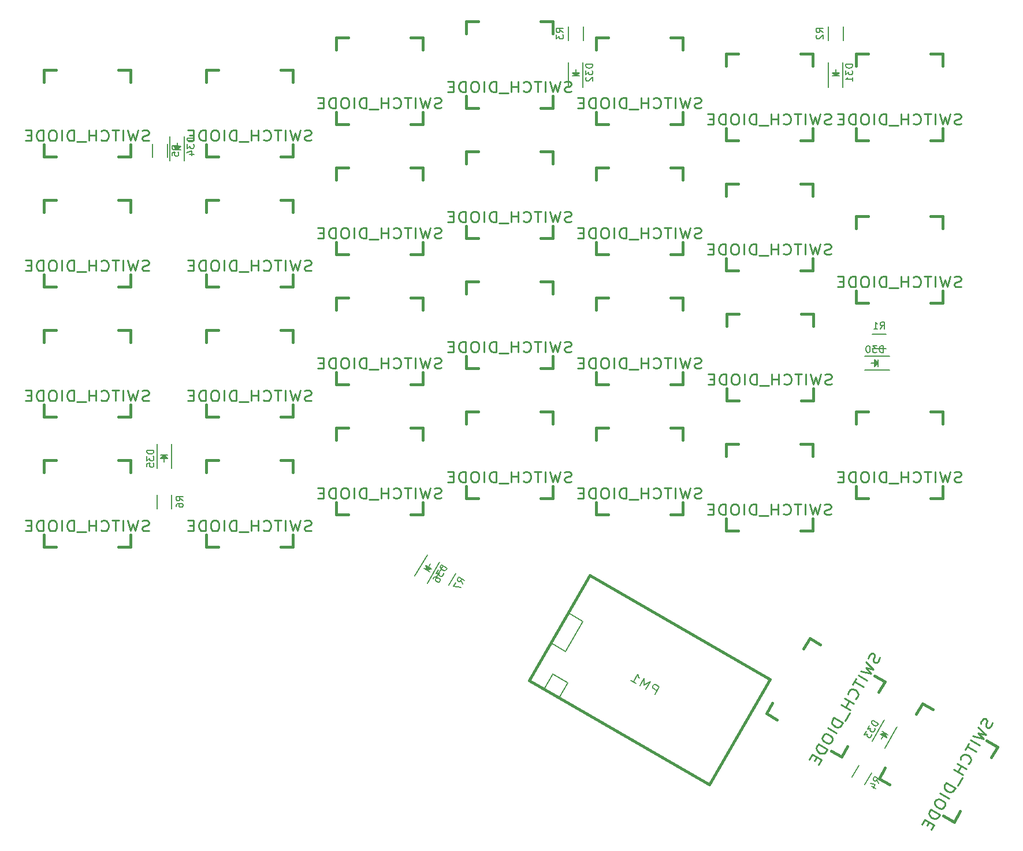
<source format=gbr>
G04 #@! TF.FileFunction,Legend,Bot*
%FSLAX46Y46*%
G04 Gerber Fmt 4.6, Leading zero omitted, Abs format (unit mm)*
G04 Created by KiCad (PCBNEW 4.0.2-4+6225~38~ubuntu14.04.1-stable) date ma 18 apr 2016 22:17:21 CEST*
%MOMM*%
G01*
G04 APERTURE LIST*
%ADD10C,0.100000*%
%ADD11C,0.150000*%
%ADD12C,0.381000*%
%ADD13C,0.203200*%
%ADD14C,0.254000*%
G04 APERTURE END LIST*
D10*
D11*
X126610000Y-53755000D02*
X123010000Y-53755000D01*
X126610000Y-51655000D02*
X123010000Y-51655000D01*
X124560000Y-52405000D02*
X124560000Y-53005000D01*
X124560000Y-53005000D02*
X124860000Y-52705000D01*
X124860000Y-52705000D02*
X124660000Y-52505000D01*
X124660000Y-52505000D02*
X124660000Y-52755000D01*
X124660000Y-52755000D02*
X124710000Y-52705000D01*
X124960000Y-52205000D02*
X124960000Y-53205000D01*
X124460000Y-52705000D02*
X123960000Y-52705000D01*
X124960000Y-52705000D02*
X124460000Y-52205000D01*
X124460000Y-52205000D02*
X124460000Y-53205000D01*
X124460000Y-53205000D02*
X124960000Y-52705000D01*
X117695000Y-12310000D02*
X117695000Y-8710000D01*
X119795000Y-12310000D02*
X119795000Y-8710000D01*
X119045000Y-10260000D02*
X118445000Y-10260000D01*
X118445000Y-10260000D02*
X118745000Y-10560000D01*
X118745000Y-10560000D02*
X118945000Y-10360000D01*
X118945000Y-10360000D02*
X118695000Y-10360000D01*
X118695000Y-10360000D02*
X118745000Y-10410000D01*
X119245000Y-10660000D02*
X118245000Y-10660000D01*
X118745000Y-10160000D02*
X118745000Y-9660000D01*
X118745000Y-10660000D02*
X119245000Y-10160000D01*
X119245000Y-10160000D02*
X118245000Y-10160000D01*
X118245000Y-10160000D02*
X118745000Y-10660000D01*
X79595000Y-12310000D02*
X79595000Y-8710000D01*
X81695000Y-12310000D02*
X81695000Y-8710000D01*
X80945000Y-10260000D02*
X80345000Y-10260000D01*
X80345000Y-10260000D02*
X80645000Y-10560000D01*
X80645000Y-10560000D02*
X80845000Y-10360000D01*
X80845000Y-10360000D02*
X80595000Y-10360000D01*
X80595000Y-10360000D02*
X80645000Y-10410000D01*
X81145000Y-10660000D02*
X80145000Y-10660000D01*
X80645000Y-10160000D02*
X80645000Y-9660000D01*
X80645000Y-10660000D02*
X81145000Y-10160000D01*
X81145000Y-10160000D02*
X80145000Y-10160000D01*
X80145000Y-10160000D02*
X80645000Y-10660000D01*
X127714327Y-105978045D02*
X125914327Y-109095737D01*
X125895673Y-104928045D02*
X124095673Y-108045737D01*
X125520192Y-107078397D02*
X126039808Y-107378397D01*
X126039808Y-107378397D02*
X125930000Y-106968590D01*
X125930000Y-106968590D02*
X125656795Y-107041795D01*
X125656795Y-107041795D02*
X125873301Y-107166795D01*
X125873301Y-107166795D02*
X125855000Y-107098494D01*
X125546987Y-106631987D02*
X126413013Y-107131987D01*
X125730000Y-107315000D02*
X125480000Y-107748013D01*
X125980000Y-106881987D02*
X125296987Y-107065000D01*
X125296987Y-107065000D02*
X126163013Y-107565000D01*
X126163013Y-107565000D02*
X125980000Y-106881987D01*
X21175000Y-23105000D02*
X21175000Y-19505000D01*
X23275000Y-23105000D02*
X23275000Y-19505000D01*
X22525000Y-21055000D02*
X21925000Y-21055000D01*
X21925000Y-21055000D02*
X22225000Y-21355000D01*
X22225000Y-21355000D02*
X22425000Y-21155000D01*
X22425000Y-21155000D02*
X22175000Y-21155000D01*
X22175000Y-21155000D02*
X22225000Y-21205000D01*
X22725000Y-21455000D02*
X21725000Y-21455000D01*
X22225000Y-20955000D02*
X22225000Y-20455000D01*
X22225000Y-21455000D02*
X22725000Y-20955000D01*
X22725000Y-20955000D02*
X21725000Y-20955000D01*
X21725000Y-20955000D02*
X22225000Y-21455000D01*
X21370000Y-64525000D02*
X21370000Y-68125000D01*
X19270000Y-64525000D02*
X19270000Y-68125000D01*
X20020000Y-66575000D02*
X20620000Y-66575000D01*
X20620000Y-66575000D02*
X20320000Y-66275000D01*
X20320000Y-66275000D02*
X20120000Y-66475000D01*
X20120000Y-66475000D02*
X20370000Y-66475000D01*
X20370000Y-66475000D02*
X20320000Y-66425000D01*
X19820000Y-66175000D02*
X20820000Y-66175000D01*
X20320000Y-66675000D02*
X20320000Y-67175000D01*
X20320000Y-66175000D02*
X19820000Y-66675000D01*
X19820000Y-66675000D02*
X20820000Y-66675000D01*
X20820000Y-66675000D02*
X20320000Y-66175000D01*
X57070673Y-83886955D02*
X58870673Y-80769263D01*
X58889327Y-84936955D02*
X60689327Y-81819263D01*
X59264808Y-82786603D02*
X58745192Y-82486603D01*
X58745192Y-82486603D02*
X58855000Y-82896410D01*
X58855000Y-82896410D02*
X59128205Y-82823205D01*
X59128205Y-82823205D02*
X58911699Y-82698205D01*
X58911699Y-82698205D02*
X58930000Y-82766506D01*
X59238013Y-83233013D02*
X58371987Y-82733013D01*
X59055000Y-82550000D02*
X59305000Y-82116987D01*
X58805000Y-82983013D02*
X59488013Y-82800000D01*
X59488013Y-82800000D02*
X58621987Y-82300000D01*
X58621987Y-82300000D02*
X58805000Y-82983013D01*
X76971773Y-93639705D02*
X79171477Y-94909705D01*
X79171477Y-94909705D02*
X81711477Y-90510295D01*
X81711477Y-90510295D02*
X79511773Y-89240295D01*
X79511773Y-89240295D02*
X76971773Y-93639705D01*
X75996477Y-100408966D02*
X77266477Y-98209261D01*
X77266477Y-98209261D02*
X79466182Y-99479261D01*
X79466182Y-99479261D02*
X78196182Y-101678966D01*
D12*
X73796773Y-99138966D02*
X82686773Y-83741034D01*
X82686773Y-83741034D02*
X109083227Y-98981034D01*
X109083227Y-98981034D02*
X100193227Y-114378966D01*
X100193227Y-114378966D02*
X73796773Y-99138966D01*
X2648000Y-9791000D02*
X4426000Y-9791000D01*
X13570000Y-9791000D02*
X15348000Y-9791000D01*
X15348000Y-9791000D02*
X15348000Y-11569000D01*
X15348000Y-20713000D02*
X15348000Y-22491000D01*
X15348000Y-22491000D02*
X13570000Y-22491000D01*
X4426000Y-22491000D02*
X2648000Y-22491000D01*
X2648000Y-22491000D02*
X2648000Y-20713000D01*
X2648000Y-11569000D02*
X2648000Y-9791000D01*
X26460000Y-9790000D02*
X28238000Y-9790000D01*
X37382000Y-9790000D02*
X39160000Y-9790000D01*
X39160000Y-9790000D02*
X39160000Y-11568000D01*
X39160000Y-20712000D02*
X39160000Y-22490000D01*
X39160000Y-22490000D02*
X37382000Y-22490000D01*
X28238000Y-22490000D02*
X26460000Y-22490000D01*
X26460000Y-22490000D02*
X26460000Y-20712000D01*
X26460000Y-11568000D02*
X26460000Y-9790000D01*
X45510000Y-5029000D02*
X47288000Y-5029000D01*
X56432000Y-5029000D02*
X58210000Y-5029000D01*
X58210000Y-5029000D02*
X58210000Y-6807000D01*
X58210000Y-15951000D02*
X58210000Y-17729000D01*
X58210000Y-17729000D02*
X56432000Y-17729000D01*
X47288000Y-17729000D02*
X45510000Y-17729000D01*
X45510000Y-17729000D02*
X45510000Y-15951000D01*
X45510000Y-6807000D02*
X45510000Y-5029000D01*
X64560000Y-2648000D02*
X66338000Y-2648000D01*
X75482000Y-2648000D02*
X77260000Y-2648000D01*
X77260000Y-2648000D02*
X77260000Y-4426000D01*
X77260000Y-13570000D02*
X77260000Y-15348000D01*
X77260000Y-15348000D02*
X75482000Y-15348000D01*
X66338000Y-15348000D02*
X64560000Y-15348000D01*
X64560000Y-15348000D02*
X64560000Y-13570000D01*
X64560000Y-4426000D02*
X64560000Y-2648000D01*
X83610000Y-5029000D02*
X85388000Y-5029000D01*
X94532000Y-5029000D02*
X96310000Y-5029000D01*
X96310000Y-5029000D02*
X96310000Y-6807000D01*
X96310000Y-15951000D02*
X96310000Y-17729000D01*
X96310000Y-17729000D02*
X94532000Y-17729000D01*
X85388000Y-17729000D02*
X83610000Y-17729000D01*
X83610000Y-17729000D02*
X83610000Y-15951000D01*
X83610000Y-6807000D02*
X83610000Y-5029000D01*
X102660000Y-7410000D02*
X104438000Y-7410000D01*
X113582000Y-7410000D02*
X115360000Y-7410000D01*
X115360000Y-7410000D02*
X115360000Y-9188000D01*
X115360000Y-18332000D02*
X115360000Y-20110000D01*
X115360000Y-20110000D02*
X113582000Y-20110000D01*
X104438000Y-20110000D02*
X102660000Y-20110000D01*
X102660000Y-20110000D02*
X102660000Y-18332000D01*
X102660000Y-9188000D02*
X102660000Y-7410000D01*
X121710000Y-7410000D02*
X123488000Y-7410000D01*
X132632000Y-7410000D02*
X134410000Y-7410000D01*
X134410000Y-7410000D02*
X134410000Y-9188000D01*
X134410000Y-18332000D02*
X134410000Y-20110000D01*
X134410000Y-20110000D02*
X132632000Y-20110000D01*
X123488000Y-20110000D02*
X121710000Y-20110000D01*
X121710000Y-20110000D02*
X121710000Y-18332000D01*
X121710000Y-9188000D02*
X121710000Y-7410000D01*
X2648000Y-28841000D02*
X4426000Y-28841000D01*
X13570000Y-28841000D02*
X15348000Y-28841000D01*
X15348000Y-28841000D02*
X15348000Y-30619000D01*
X15348000Y-39763000D02*
X15348000Y-41541000D01*
X15348000Y-41541000D02*
X13570000Y-41541000D01*
X4426000Y-41541000D02*
X2648000Y-41541000D01*
X2648000Y-41541000D02*
X2648000Y-39763000D01*
X2648000Y-30619000D02*
X2648000Y-28841000D01*
X26460000Y-28841000D02*
X28238000Y-28841000D01*
X37382000Y-28841000D02*
X39160000Y-28841000D01*
X39160000Y-28841000D02*
X39160000Y-30619000D01*
X39160000Y-39763000D02*
X39160000Y-41541000D01*
X39160000Y-41541000D02*
X37382000Y-41541000D01*
X28238000Y-41541000D02*
X26460000Y-41541000D01*
X26460000Y-41541000D02*
X26460000Y-39763000D01*
X26460000Y-30619000D02*
X26460000Y-28841000D01*
X45510000Y-24079000D02*
X47288000Y-24079000D01*
X56432000Y-24079000D02*
X58210000Y-24079000D01*
X58210000Y-24079000D02*
X58210000Y-25857000D01*
X58210000Y-35001000D02*
X58210000Y-36779000D01*
X58210000Y-36779000D02*
X56432000Y-36779000D01*
X47288000Y-36779000D02*
X45510000Y-36779000D01*
X45510000Y-36779000D02*
X45510000Y-35001000D01*
X45510000Y-25857000D02*
X45510000Y-24079000D01*
X64560000Y-21688000D02*
X66338000Y-21688000D01*
X75482000Y-21688000D02*
X77260000Y-21688000D01*
X77260000Y-21688000D02*
X77260000Y-23466000D01*
X77260000Y-32610000D02*
X77260000Y-34388000D01*
X77260000Y-34388000D02*
X75482000Y-34388000D01*
X66338000Y-34388000D02*
X64560000Y-34388000D01*
X64560000Y-34388000D02*
X64560000Y-32610000D01*
X64560000Y-23466000D02*
X64560000Y-21688000D01*
X83610000Y-24079000D02*
X85388000Y-24079000D01*
X94532000Y-24079000D02*
X96310000Y-24079000D01*
X96310000Y-24079000D02*
X96310000Y-25857000D01*
X96310000Y-35001000D02*
X96310000Y-36779000D01*
X96310000Y-36779000D02*
X94532000Y-36779000D01*
X85388000Y-36779000D02*
X83610000Y-36779000D01*
X83610000Y-36779000D02*
X83610000Y-35001000D01*
X83610000Y-25857000D02*
X83610000Y-24079000D01*
X102660000Y-26460000D02*
X104438000Y-26460000D01*
X113582000Y-26460000D02*
X115360000Y-26460000D01*
X115360000Y-26460000D02*
X115360000Y-28238000D01*
X115360000Y-37382000D02*
X115360000Y-39160000D01*
X115360000Y-39160000D02*
X113582000Y-39160000D01*
X104438000Y-39160000D02*
X102660000Y-39160000D01*
X102660000Y-39160000D02*
X102660000Y-37382000D01*
X102660000Y-28238000D02*
X102660000Y-26460000D01*
X2648000Y-47891000D02*
X4426000Y-47891000D01*
X13570000Y-47891000D02*
X15348000Y-47891000D01*
X15348000Y-47891000D02*
X15348000Y-49669000D01*
X15348000Y-58813000D02*
X15348000Y-60591000D01*
X15348000Y-60591000D02*
X13570000Y-60591000D01*
X4426000Y-60591000D02*
X2648000Y-60591000D01*
X2648000Y-60591000D02*
X2648000Y-58813000D01*
X2648000Y-49669000D02*
X2648000Y-47891000D01*
X26460000Y-47891000D02*
X28238000Y-47891000D01*
X37382000Y-47891000D02*
X39160000Y-47891000D01*
X39160000Y-47891000D02*
X39160000Y-49669000D01*
X39160000Y-58813000D02*
X39160000Y-60591000D01*
X39160000Y-60591000D02*
X37382000Y-60591000D01*
X28238000Y-60591000D02*
X26460000Y-60591000D01*
X26460000Y-60591000D02*
X26460000Y-58813000D01*
X26460000Y-49669000D02*
X26460000Y-47891000D01*
X45510000Y-43129000D02*
X47288000Y-43129000D01*
X56432000Y-43129000D02*
X58210000Y-43129000D01*
X58210000Y-43129000D02*
X58210000Y-44907000D01*
X58210000Y-54051000D02*
X58210000Y-55829000D01*
X58210000Y-55829000D02*
X56432000Y-55829000D01*
X47288000Y-55829000D02*
X45510000Y-55829000D01*
X45510000Y-55829000D02*
X45510000Y-54051000D01*
X45510000Y-44907000D02*
X45510000Y-43129000D01*
X64560000Y-40738000D02*
X66338000Y-40738000D01*
X75482000Y-40738000D02*
X77260000Y-40738000D01*
X77260000Y-40738000D02*
X77260000Y-42516000D01*
X77260000Y-51660000D02*
X77260000Y-53438000D01*
X77260000Y-53438000D02*
X75482000Y-53438000D01*
X66338000Y-53438000D02*
X64560000Y-53438000D01*
X64560000Y-53438000D02*
X64560000Y-51660000D01*
X64560000Y-42516000D02*
X64560000Y-40738000D01*
X83610000Y-43129000D02*
X85388000Y-43129000D01*
X94532000Y-43129000D02*
X96310000Y-43129000D01*
X96310000Y-43129000D02*
X96310000Y-44907000D01*
X96310000Y-54051000D02*
X96310000Y-55829000D01*
X96310000Y-55829000D02*
X94532000Y-55829000D01*
X85388000Y-55829000D02*
X83610000Y-55829000D01*
X83610000Y-55829000D02*
X83610000Y-54051000D01*
X83610000Y-44907000D02*
X83610000Y-43129000D01*
X102751000Y-45510000D02*
X104529000Y-45510000D01*
X113673000Y-45510000D02*
X115451000Y-45510000D01*
X115451000Y-45510000D02*
X115451000Y-47288000D01*
X115451000Y-56432000D02*
X115451000Y-58210000D01*
X115451000Y-58210000D02*
X113673000Y-58210000D01*
X104529000Y-58210000D02*
X102751000Y-58210000D01*
X102751000Y-58210000D02*
X102751000Y-56432000D01*
X102751000Y-47288000D02*
X102751000Y-45510000D01*
X121710000Y-31223000D02*
X123488000Y-31223000D01*
X132632000Y-31223000D02*
X134410000Y-31223000D01*
X134410000Y-31223000D02*
X134410000Y-33001000D01*
X134410000Y-42145000D02*
X134410000Y-43923000D01*
X134410000Y-43923000D02*
X132632000Y-43923000D01*
X123488000Y-43923000D02*
X121710000Y-43923000D01*
X121710000Y-43923000D02*
X121710000Y-42145000D01*
X121710000Y-33001000D02*
X121710000Y-31223000D01*
X2648000Y-66941000D02*
X4426000Y-66941000D01*
X13570000Y-66941000D02*
X15348000Y-66941000D01*
X15348000Y-66941000D02*
X15348000Y-68719000D01*
X15348000Y-77863000D02*
X15348000Y-79641000D01*
X15348000Y-79641000D02*
X13570000Y-79641000D01*
X4426000Y-79641000D02*
X2648000Y-79641000D01*
X2648000Y-79641000D02*
X2648000Y-77863000D01*
X2648000Y-68719000D02*
X2648000Y-66941000D01*
X26460000Y-66941000D02*
X28238000Y-66941000D01*
X37382000Y-66941000D02*
X39160000Y-66941000D01*
X39160000Y-66941000D02*
X39160000Y-68719000D01*
X39160000Y-77863000D02*
X39160000Y-79641000D01*
X39160000Y-79641000D02*
X37382000Y-79641000D01*
X28238000Y-79641000D02*
X26460000Y-79641000D01*
X26460000Y-79641000D02*
X26460000Y-77863000D01*
X26460000Y-68719000D02*
X26460000Y-66941000D01*
X45510000Y-62179000D02*
X47288000Y-62179000D01*
X56432000Y-62179000D02*
X58210000Y-62179000D01*
X58210000Y-62179000D02*
X58210000Y-63957000D01*
X58210000Y-73101000D02*
X58210000Y-74879000D01*
X58210000Y-74879000D02*
X56432000Y-74879000D01*
X47288000Y-74879000D02*
X45510000Y-74879000D01*
X45510000Y-74879000D02*
X45510000Y-73101000D01*
X45510000Y-63957000D02*
X45510000Y-62179000D01*
X64560000Y-59788000D02*
X66338000Y-59788000D01*
X75482000Y-59788000D02*
X77260000Y-59788000D01*
X77260000Y-59788000D02*
X77260000Y-61566000D01*
X77260000Y-70710000D02*
X77260000Y-72488000D01*
X77260000Y-72488000D02*
X75482000Y-72488000D01*
X66338000Y-72488000D02*
X64560000Y-72488000D01*
X64560000Y-72488000D02*
X64560000Y-70710000D01*
X64560000Y-61566000D02*
X64560000Y-59788000D01*
X83610000Y-62179000D02*
X85388000Y-62179000D01*
X94532000Y-62179000D02*
X96310000Y-62179000D01*
X96310000Y-62179000D02*
X96310000Y-63957000D01*
X96310000Y-73101000D02*
X96310000Y-74879000D01*
X96310000Y-74879000D02*
X94532000Y-74879000D01*
X85388000Y-74879000D02*
X83610000Y-74879000D01*
X83610000Y-74879000D02*
X83610000Y-73101000D01*
X83610000Y-63957000D02*
X83610000Y-62179000D01*
X102660000Y-64560000D02*
X104438000Y-64560000D01*
X113582000Y-64560000D02*
X115360000Y-64560000D01*
X115360000Y-64560000D02*
X115360000Y-66338000D01*
X115360000Y-75482000D02*
X115360000Y-77260000D01*
X115360000Y-77260000D02*
X113582000Y-77260000D01*
X104438000Y-77260000D02*
X102660000Y-77260000D01*
X102660000Y-77260000D02*
X102660000Y-75482000D01*
X102660000Y-66338000D02*
X102660000Y-64560000D01*
X121710000Y-59798000D02*
X123488000Y-59798000D01*
X132632000Y-59798000D02*
X134410000Y-59798000D01*
X134410000Y-59798000D02*
X134410000Y-61576000D01*
X134410000Y-70720000D02*
X134410000Y-72498000D01*
X134410000Y-72498000D02*
X132632000Y-72498000D01*
X123488000Y-72498000D02*
X121710000Y-72498000D01*
X121710000Y-72498000D02*
X121710000Y-70720000D01*
X121710000Y-61576000D02*
X121710000Y-59798000D01*
X108584739Y-104019261D02*
X109473739Y-102479468D01*
X114045739Y-94560532D02*
X114934739Y-93020739D01*
X114934739Y-93020739D02*
X116474532Y-93909739D01*
X124393468Y-98481739D02*
X125933261Y-99370739D01*
X125933261Y-99370739D02*
X125044261Y-100910532D01*
X120472261Y-108829468D02*
X119583261Y-110369261D01*
X119583261Y-110369261D02*
X118043468Y-109480261D01*
X110124532Y-104908261D02*
X108584739Y-104019261D01*
X125082739Y-113544261D02*
X125971739Y-112004468D01*
X130543739Y-104085532D02*
X131432739Y-102545739D01*
X131432739Y-102545739D02*
X132972532Y-103434739D01*
X140891468Y-108006739D02*
X142431261Y-108895739D01*
X142431261Y-108895739D02*
X141542261Y-110435532D01*
X136970261Y-118354468D02*
X136081261Y-119894261D01*
X136081261Y-119894261D02*
X134541468Y-119005261D01*
X126622532Y-114433261D02*
X125082739Y-113544261D01*
D11*
X124095000Y-50605000D02*
X126095000Y-50605000D01*
X126095000Y-48455000D02*
X124095000Y-48455000D01*
X119820000Y-5445000D02*
X119820000Y-3445000D01*
X117670000Y-3445000D02*
X117670000Y-5445000D01*
X81720000Y-5445000D02*
X81720000Y-3445000D01*
X79570000Y-3445000D02*
X79570000Y-5445000D01*
X122124023Y-111626475D02*
X121124023Y-113358525D01*
X122985977Y-114433525D02*
X123985977Y-112701475D01*
X18610000Y-20590000D02*
X18610000Y-22590000D01*
X20760000Y-22590000D02*
X20760000Y-20590000D01*
X19245000Y-72025000D02*
X19245000Y-74025000D01*
X21395000Y-74025000D02*
X21395000Y-72025000D01*
X61164023Y-82416475D02*
X60164023Y-84148525D01*
X62025977Y-85223525D02*
X63025977Y-83491475D01*
X125674286Y-51157381D02*
X125674286Y-50157381D01*
X125436191Y-50157381D01*
X125293333Y-50205000D01*
X125198095Y-50300238D01*
X125150476Y-50395476D01*
X125102857Y-50585952D01*
X125102857Y-50728810D01*
X125150476Y-50919286D01*
X125198095Y-51014524D01*
X125293333Y-51109762D01*
X125436191Y-51157381D01*
X125674286Y-51157381D01*
X124769524Y-50157381D02*
X124150476Y-50157381D01*
X124483810Y-50538333D01*
X124340952Y-50538333D01*
X124245714Y-50585952D01*
X124198095Y-50633571D01*
X124150476Y-50728810D01*
X124150476Y-50966905D01*
X124198095Y-51062143D01*
X124245714Y-51109762D01*
X124340952Y-51157381D01*
X124626667Y-51157381D01*
X124721905Y-51109762D01*
X124769524Y-51062143D01*
X123531429Y-50157381D02*
X123436190Y-50157381D01*
X123340952Y-50205000D01*
X123293333Y-50252619D01*
X123245714Y-50347857D01*
X123198095Y-50538333D01*
X123198095Y-50776429D01*
X123245714Y-50966905D01*
X123293333Y-51062143D01*
X123340952Y-51109762D01*
X123436190Y-51157381D01*
X123531429Y-51157381D01*
X123626667Y-51109762D01*
X123674286Y-51062143D01*
X123721905Y-50966905D01*
X123769524Y-50776429D01*
X123769524Y-50538333D01*
X123721905Y-50347857D01*
X123674286Y-50252619D01*
X123626667Y-50205000D01*
X123531429Y-50157381D01*
X121197381Y-8945714D02*
X120197381Y-8945714D01*
X120197381Y-9183809D01*
X120245000Y-9326667D01*
X120340238Y-9421905D01*
X120435476Y-9469524D01*
X120625952Y-9517143D01*
X120768810Y-9517143D01*
X120959286Y-9469524D01*
X121054524Y-9421905D01*
X121149762Y-9326667D01*
X121197381Y-9183809D01*
X121197381Y-8945714D01*
X120197381Y-9850476D02*
X120197381Y-10469524D01*
X120578333Y-10136190D01*
X120578333Y-10279048D01*
X120625952Y-10374286D01*
X120673571Y-10421905D01*
X120768810Y-10469524D01*
X121006905Y-10469524D01*
X121102143Y-10421905D01*
X121149762Y-10374286D01*
X121197381Y-10279048D01*
X121197381Y-9993333D01*
X121149762Y-9898095D01*
X121102143Y-9850476D01*
X121197381Y-11421905D02*
X121197381Y-10850476D01*
X121197381Y-11136190D02*
X120197381Y-11136190D01*
X120340238Y-11040952D01*
X120435476Y-10945714D01*
X120483095Y-10850476D01*
X83097381Y-8945714D02*
X82097381Y-8945714D01*
X82097381Y-9183809D01*
X82145000Y-9326667D01*
X82240238Y-9421905D01*
X82335476Y-9469524D01*
X82525952Y-9517143D01*
X82668810Y-9517143D01*
X82859286Y-9469524D01*
X82954524Y-9421905D01*
X83049762Y-9326667D01*
X83097381Y-9183809D01*
X83097381Y-8945714D01*
X82097381Y-9850476D02*
X82097381Y-10469524D01*
X82478333Y-10136190D01*
X82478333Y-10279048D01*
X82525952Y-10374286D01*
X82573571Y-10421905D01*
X82668810Y-10469524D01*
X82906905Y-10469524D01*
X83002143Y-10421905D01*
X83049762Y-10374286D01*
X83097381Y-10279048D01*
X83097381Y-9993333D01*
X83049762Y-9898095D01*
X83002143Y-9850476D01*
X82192619Y-10850476D02*
X82145000Y-10898095D01*
X82097381Y-10993333D01*
X82097381Y-11231429D01*
X82145000Y-11326667D01*
X82192619Y-11374286D01*
X82287857Y-11421905D01*
X82383095Y-11421905D01*
X82525952Y-11374286D01*
X83097381Y-10802857D01*
X83097381Y-11421905D01*
X124996865Y-105489588D02*
X124130840Y-104989588D01*
X124011793Y-105195784D01*
X123981603Y-105343312D01*
X124016462Y-105473410D01*
X124075131Y-105562268D01*
X124216279Y-105698746D01*
X124339998Y-105770175D01*
X124528764Y-105824173D01*
X124635052Y-105830553D01*
X124765150Y-105795693D01*
X124877818Y-105695784D01*
X124996865Y-105489588D01*
X123678459Y-105773135D02*
X123368935Y-106309246D01*
X123865516Y-106211046D01*
X123794087Y-106334765D01*
X123787707Y-106441053D01*
X123805137Y-106506102D01*
X123863807Y-106594961D01*
X124070003Y-106714008D01*
X124176291Y-106720388D01*
X124241340Y-106702958D01*
X124330198Y-106644289D01*
X124473056Y-106396853D01*
X124479436Y-106290565D01*
X124462006Y-106225516D01*
X123202269Y-106597921D02*
X122892745Y-107134032D01*
X123389326Y-107035833D01*
X123317897Y-107159551D01*
X123311517Y-107265839D01*
X123328947Y-107330888D01*
X123387617Y-107419747D01*
X123593813Y-107538794D01*
X123700101Y-107545174D01*
X123765150Y-107527744D01*
X123854008Y-107469075D01*
X123996865Y-107221639D01*
X124003245Y-107115351D01*
X123985815Y-107050302D01*
X24677381Y-19740714D02*
X23677381Y-19740714D01*
X23677381Y-19978809D01*
X23725000Y-20121667D01*
X23820238Y-20216905D01*
X23915476Y-20264524D01*
X24105952Y-20312143D01*
X24248810Y-20312143D01*
X24439286Y-20264524D01*
X24534524Y-20216905D01*
X24629762Y-20121667D01*
X24677381Y-19978809D01*
X24677381Y-19740714D01*
X23677381Y-20645476D02*
X23677381Y-21264524D01*
X24058333Y-20931190D01*
X24058333Y-21074048D01*
X24105952Y-21169286D01*
X24153571Y-21216905D01*
X24248810Y-21264524D01*
X24486905Y-21264524D01*
X24582143Y-21216905D01*
X24629762Y-21169286D01*
X24677381Y-21074048D01*
X24677381Y-20788333D01*
X24629762Y-20693095D01*
X24582143Y-20645476D01*
X24010714Y-22121667D02*
X24677381Y-22121667D01*
X23629762Y-21883571D02*
X24344048Y-21645476D01*
X24344048Y-22264524D01*
X18772381Y-65460714D02*
X17772381Y-65460714D01*
X17772381Y-65698809D01*
X17820000Y-65841667D01*
X17915238Y-65936905D01*
X18010476Y-65984524D01*
X18200952Y-66032143D01*
X18343810Y-66032143D01*
X18534286Y-65984524D01*
X18629524Y-65936905D01*
X18724762Y-65841667D01*
X18772381Y-65698809D01*
X18772381Y-65460714D01*
X17772381Y-66365476D02*
X17772381Y-66984524D01*
X18153333Y-66651190D01*
X18153333Y-66794048D01*
X18200952Y-66889286D01*
X18248571Y-66936905D01*
X18343810Y-66984524D01*
X18581905Y-66984524D01*
X18677143Y-66936905D01*
X18724762Y-66889286D01*
X18772381Y-66794048D01*
X18772381Y-66508333D01*
X18724762Y-66413095D01*
X18677143Y-66365476D01*
X17772381Y-67889286D02*
X17772381Y-67413095D01*
X18248571Y-67365476D01*
X18200952Y-67413095D01*
X18153333Y-67508333D01*
X18153333Y-67746429D01*
X18200952Y-67841667D01*
X18248571Y-67889286D01*
X18343810Y-67936905D01*
X18581905Y-67936905D01*
X18677143Y-67889286D01*
X18724762Y-67841667D01*
X18772381Y-67746429D01*
X18772381Y-67508333D01*
X18724762Y-67413095D01*
X18677143Y-67365476D01*
X61785967Y-82724588D02*
X60919942Y-82224588D01*
X60800895Y-82430784D01*
X60770705Y-82578312D01*
X60805564Y-82708410D01*
X60864233Y-82797268D01*
X61005381Y-82933746D01*
X61129100Y-83005175D01*
X61317866Y-83059173D01*
X61424154Y-83065553D01*
X61554252Y-83030693D01*
X61666920Y-82930784D01*
X61785967Y-82724588D01*
X60467561Y-83008135D02*
X60158037Y-83544246D01*
X60654618Y-83446046D01*
X60583189Y-83569765D01*
X60576809Y-83676053D01*
X60594239Y-83741102D01*
X60652909Y-83829961D01*
X60859105Y-83949008D01*
X60965393Y-83955388D01*
X61030442Y-83937958D01*
X61119300Y-83879289D01*
X61262158Y-83631853D01*
X61268538Y-83525565D01*
X61251108Y-83460516D01*
X59729466Y-84286554D02*
X59824704Y-84121596D01*
X59913562Y-84062927D01*
X59978611Y-84045497D01*
X60149948Y-84034447D01*
X60338714Y-84088446D01*
X60668629Y-84278922D01*
X60727298Y-84367781D01*
X60744728Y-84432829D01*
X60738348Y-84539117D01*
X60643110Y-84704075D01*
X60554252Y-84762744D01*
X60489203Y-84780174D01*
X60382915Y-84773794D01*
X60176719Y-84654747D01*
X60118049Y-84565888D01*
X60100619Y-84500839D01*
X60106999Y-84394551D01*
X60202237Y-84229593D01*
X60291095Y-84170924D01*
X60356144Y-84153495D01*
X60462433Y-84159875D01*
D13*
X92246077Y-101190409D02*
X92881077Y-100090557D01*
X92378287Y-99800271D01*
X92222352Y-99780074D01*
X92129265Y-99796162D01*
X92005940Y-99864624D01*
X91915226Y-100021746D01*
X91917598Y-100162780D01*
X91950209Y-100251439D01*
X92045668Y-100376384D01*
X92548458Y-100666670D01*
X90926254Y-100428409D02*
X91561254Y-99328557D01*
X90667742Y-99860166D01*
X90681372Y-98820557D01*
X90046372Y-99920409D01*
X88726550Y-99158409D02*
X89480734Y-99593838D01*
X89103642Y-99376124D02*
X89738642Y-98276272D01*
X89773626Y-98505964D01*
X89838846Y-98683284D01*
X89934306Y-98808229D01*
D14*
X18057334Y-20059857D02*
X17803334Y-20132429D01*
X17380001Y-20132429D01*
X17210668Y-20059857D01*
X17126001Y-19987286D01*
X17041334Y-19842143D01*
X17041334Y-19697000D01*
X17126001Y-19551857D01*
X17210668Y-19479286D01*
X17380001Y-19406714D01*
X17718668Y-19334143D01*
X17888001Y-19261571D01*
X17972668Y-19189000D01*
X18057334Y-19043857D01*
X18057334Y-18898714D01*
X17972668Y-18753571D01*
X17888001Y-18681000D01*
X17718668Y-18608429D01*
X17295334Y-18608429D01*
X17041334Y-18681000D01*
X16448668Y-18608429D02*
X16025335Y-20132429D01*
X15686668Y-19043857D01*
X15348001Y-20132429D01*
X14924668Y-18608429D01*
X14247335Y-20132429D02*
X14247335Y-18608429D01*
X13654668Y-18608429D02*
X12638668Y-18608429D01*
X13146668Y-20132429D02*
X13146668Y-18608429D01*
X11030001Y-19987286D02*
X11114667Y-20059857D01*
X11368667Y-20132429D01*
X11538001Y-20132429D01*
X11792001Y-20059857D01*
X11961334Y-19914714D01*
X12046001Y-19769571D01*
X12130667Y-19479286D01*
X12130667Y-19261571D01*
X12046001Y-18971286D01*
X11961334Y-18826143D01*
X11792001Y-18681000D01*
X11538001Y-18608429D01*
X11368667Y-18608429D01*
X11114667Y-18681000D01*
X11030001Y-18753571D01*
X10268001Y-20132429D02*
X10268001Y-18608429D01*
X10268001Y-19334143D02*
X9252001Y-19334143D01*
X9252001Y-20132429D02*
X9252001Y-18608429D01*
X8828667Y-20277571D02*
X7474000Y-20277571D01*
X7050667Y-20132429D02*
X7050667Y-18608429D01*
X6627333Y-18608429D01*
X6373333Y-18681000D01*
X6204000Y-18826143D01*
X6119333Y-18971286D01*
X6034667Y-19261571D01*
X6034667Y-19479286D01*
X6119333Y-19769571D01*
X6204000Y-19914714D01*
X6373333Y-20059857D01*
X6627333Y-20132429D01*
X7050667Y-20132429D01*
X5272667Y-20132429D02*
X5272667Y-18608429D01*
X4087333Y-18608429D02*
X3748666Y-18608429D01*
X3579333Y-18681000D01*
X3410000Y-18826143D01*
X3325333Y-19116429D01*
X3325333Y-19624429D01*
X3410000Y-19914714D01*
X3579333Y-20059857D01*
X3748666Y-20132429D01*
X4087333Y-20132429D01*
X4256666Y-20059857D01*
X4426000Y-19914714D01*
X4510666Y-19624429D01*
X4510666Y-19116429D01*
X4426000Y-18826143D01*
X4256666Y-18681000D01*
X4087333Y-18608429D01*
X2563333Y-20132429D02*
X2563333Y-18608429D01*
X2139999Y-18608429D01*
X1885999Y-18681000D01*
X1716666Y-18826143D01*
X1631999Y-18971286D01*
X1547333Y-19261571D01*
X1547333Y-19479286D01*
X1631999Y-19769571D01*
X1716666Y-19914714D01*
X1885999Y-20059857D01*
X2139999Y-20132429D01*
X2563333Y-20132429D01*
X785333Y-19334143D02*
X192666Y-19334143D01*
X-61334Y-20132429D02*
X785333Y-20132429D01*
X785333Y-18608429D01*
X-61334Y-18608429D01*
X41869334Y-20058857D02*
X41615334Y-20131429D01*
X41192001Y-20131429D01*
X41022668Y-20058857D01*
X40938001Y-19986286D01*
X40853334Y-19841143D01*
X40853334Y-19696000D01*
X40938001Y-19550857D01*
X41022668Y-19478286D01*
X41192001Y-19405714D01*
X41530668Y-19333143D01*
X41700001Y-19260571D01*
X41784668Y-19188000D01*
X41869334Y-19042857D01*
X41869334Y-18897714D01*
X41784668Y-18752571D01*
X41700001Y-18680000D01*
X41530668Y-18607429D01*
X41107334Y-18607429D01*
X40853334Y-18680000D01*
X40260668Y-18607429D02*
X39837335Y-20131429D01*
X39498668Y-19042857D01*
X39160001Y-20131429D01*
X38736668Y-18607429D01*
X38059335Y-20131429D02*
X38059335Y-18607429D01*
X37466668Y-18607429D02*
X36450668Y-18607429D01*
X36958668Y-20131429D02*
X36958668Y-18607429D01*
X34842001Y-19986286D02*
X34926667Y-20058857D01*
X35180667Y-20131429D01*
X35350001Y-20131429D01*
X35604001Y-20058857D01*
X35773334Y-19913714D01*
X35858001Y-19768571D01*
X35942667Y-19478286D01*
X35942667Y-19260571D01*
X35858001Y-18970286D01*
X35773334Y-18825143D01*
X35604001Y-18680000D01*
X35350001Y-18607429D01*
X35180667Y-18607429D01*
X34926667Y-18680000D01*
X34842001Y-18752571D01*
X34080001Y-20131429D02*
X34080001Y-18607429D01*
X34080001Y-19333143D02*
X33064001Y-19333143D01*
X33064001Y-20131429D02*
X33064001Y-18607429D01*
X32640667Y-20276571D02*
X31286000Y-20276571D01*
X30862667Y-20131429D02*
X30862667Y-18607429D01*
X30439333Y-18607429D01*
X30185333Y-18680000D01*
X30016000Y-18825143D01*
X29931333Y-18970286D01*
X29846667Y-19260571D01*
X29846667Y-19478286D01*
X29931333Y-19768571D01*
X30016000Y-19913714D01*
X30185333Y-20058857D01*
X30439333Y-20131429D01*
X30862667Y-20131429D01*
X29084667Y-20131429D02*
X29084667Y-18607429D01*
X27899333Y-18607429D02*
X27560666Y-18607429D01*
X27391333Y-18680000D01*
X27222000Y-18825143D01*
X27137333Y-19115429D01*
X27137333Y-19623429D01*
X27222000Y-19913714D01*
X27391333Y-20058857D01*
X27560666Y-20131429D01*
X27899333Y-20131429D01*
X28068666Y-20058857D01*
X28238000Y-19913714D01*
X28322666Y-19623429D01*
X28322666Y-19115429D01*
X28238000Y-18825143D01*
X28068666Y-18680000D01*
X27899333Y-18607429D01*
X26375333Y-20131429D02*
X26375333Y-18607429D01*
X25951999Y-18607429D01*
X25697999Y-18680000D01*
X25528666Y-18825143D01*
X25443999Y-18970286D01*
X25359333Y-19260571D01*
X25359333Y-19478286D01*
X25443999Y-19768571D01*
X25528666Y-19913714D01*
X25697999Y-20058857D01*
X25951999Y-20131429D01*
X26375333Y-20131429D01*
X24597333Y-19333143D02*
X24004666Y-19333143D01*
X23750666Y-20131429D02*
X24597333Y-20131429D01*
X24597333Y-18607429D01*
X23750666Y-18607429D01*
X60919334Y-15297857D02*
X60665334Y-15370429D01*
X60242001Y-15370429D01*
X60072668Y-15297857D01*
X59988001Y-15225286D01*
X59903334Y-15080143D01*
X59903334Y-14935000D01*
X59988001Y-14789857D01*
X60072668Y-14717286D01*
X60242001Y-14644714D01*
X60580668Y-14572143D01*
X60750001Y-14499571D01*
X60834668Y-14427000D01*
X60919334Y-14281857D01*
X60919334Y-14136714D01*
X60834668Y-13991571D01*
X60750001Y-13919000D01*
X60580668Y-13846429D01*
X60157334Y-13846429D01*
X59903334Y-13919000D01*
X59310668Y-13846429D02*
X58887335Y-15370429D01*
X58548668Y-14281857D01*
X58210001Y-15370429D01*
X57786668Y-13846429D01*
X57109335Y-15370429D02*
X57109335Y-13846429D01*
X56516668Y-13846429D02*
X55500668Y-13846429D01*
X56008668Y-15370429D02*
X56008668Y-13846429D01*
X53892001Y-15225286D02*
X53976667Y-15297857D01*
X54230667Y-15370429D01*
X54400001Y-15370429D01*
X54654001Y-15297857D01*
X54823334Y-15152714D01*
X54908001Y-15007571D01*
X54992667Y-14717286D01*
X54992667Y-14499571D01*
X54908001Y-14209286D01*
X54823334Y-14064143D01*
X54654001Y-13919000D01*
X54400001Y-13846429D01*
X54230667Y-13846429D01*
X53976667Y-13919000D01*
X53892001Y-13991571D01*
X53130001Y-15370429D02*
X53130001Y-13846429D01*
X53130001Y-14572143D02*
X52114001Y-14572143D01*
X52114001Y-15370429D02*
X52114001Y-13846429D01*
X51690667Y-15515571D02*
X50336000Y-15515571D01*
X49912667Y-15370429D02*
X49912667Y-13846429D01*
X49489333Y-13846429D01*
X49235333Y-13919000D01*
X49066000Y-14064143D01*
X48981333Y-14209286D01*
X48896667Y-14499571D01*
X48896667Y-14717286D01*
X48981333Y-15007571D01*
X49066000Y-15152714D01*
X49235333Y-15297857D01*
X49489333Y-15370429D01*
X49912667Y-15370429D01*
X48134667Y-15370429D02*
X48134667Y-13846429D01*
X46949333Y-13846429D02*
X46610666Y-13846429D01*
X46441333Y-13919000D01*
X46272000Y-14064143D01*
X46187333Y-14354429D01*
X46187333Y-14862429D01*
X46272000Y-15152714D01*
X46441333Y-15297857D01*
X46610666Y-15370429D01*
X46949333Y-15370429D01*
X47118666Y-15297857D01*
X47288000Y-15152714D01*
X47372666Y-14862429D01*
X47372666Y-14354429D01*
X47288000Y-14064143D01*
X47118666Y-13919000D01*
X46949333Y-13846429D01*
X45425333Y-15370429D02*
X45425333Y-13846429D01*
X45001999Y-13846429D01*
X44747999Y-13919000D01*
X44578666Y-14064143D01*
X44493999Y-14209286D01*
X44409333Y-14499571D01*
X44409333Y-14717286D01*
X44493999Y-15007571D01*
X44578666Y-15152714D01*
X44747999Y-15297857D01*
X45001999Y-15370429D01*
X45425333Y-15370429D01*
X43647333Y-14572143D02*
X43054666Y-14572143D01*
X42800666Y-15370429D02*
X43647333Y-15370429D01*
X43647333Y-13846429D01*
X42800666Y-13846429D01*
X79969334Y-12916857D02*
X79715334Y-12989429D01*
X79292001Y-12989429D01*
X79122668Y-12916857D01*
X79038001Y-12844286D01*
X78953334Y-12699143D01*
X78953334Y-12554000D01*
X79038001Y-12408857D01*
X79122668Y-12336286D01*
X79292001Y-12263714D01*
X79630668Y-12191143D01*
X79800001Y-12118571D01*
X79884668Y-12046000D01*
X79969334Y-11900857D01*
X79969334Y-11755714D01*
X79884668Y-11610571D01*
X79800001Y-11538000D01*
X79630668Y-11465429D01*
X79207334Y-11465429D01*
X78953334Y-11538000D01*
X78360668Y-11465429D02*
X77937335Y-12989429D01*
X77598668Y-11900857D01*
X77260001Y-12989429D01*
X76836668Y-11465429D01*
X76159335Y-12989429D02*
X76159335Y-11465429D01*
X75566668Y-11465429D02*
X74550668Y-11465429D01*
X75058668Y-12989429D02*
X75058668Y-11465429D01*
X72942001Y-12844286D02*
X73026667Y-12916857D01*
X73280667Y-12989429D01*
X73450001Y-12989429D01*
X73704001Y-12916857D01*
X73873334Y-12771714D01*
X73958001Y-12626571D01*
X74042667Y-12336286D01*
X74042667Y-12118571D01*
X73958001Y-11828286D01*
X73873334Y-11683143D01*
X73704001Y-11538000D01*
X73450001Y-11465429D01*
X73280667Y-11465429D01*
X73026667Y-11538000D01*
X72942001Y-11610571D01*
X72180001Y-12989429D02*
X72180001Y-11465429D01*
X72180001Y-12191143D02*
X71164001Y-12191143D01*
X71164001Y-12989429D02*
X71164001Y-11465429D01*
X70740667Y-13134571D02*
X69386000Y-13134571D01*
X68962667Y-12989429D02*
X68962667Y-11465429D01*
X68539333Y-11465429D01*
X68285333Y-11538000D01*
X68116000Y-11683143D01*
X68031333Y-11828286D01*
X67946667Y-12118571D01*
X67946667Y-12336286D01*
X68031333Y-12626571D01*
X68116000Y-12771714D01*
X68285333Y-12916857D01*
X68539333Y-12989429D01*
X68962667Y-12989429D01*
X67184667Y-12989429D02*
X67184667Y-11465429D01*
X65999333Y-11465429D02*
X65660666Y-11465429D01*
X65491333Y-11538000D01*
X65322000Y-11683143D01*
X65237333Y-11973429D01*
X65237333Y-12481429D01*
X65322000Y-12771714D01*
X65491333Y-12916857D01*
X65660666Y-12989429D01*
X65999333Y-12989429D01*
X66168666Y-12916857D01*
X66338000Y-12771714D01*
X66422666Y-12481429D01*
X66422666Y-11973429D01*
X66338000Y-11683143D01*
X66168666Y-11538000D01*
X65999333Y-11465429D01*
X64475333Y-12989429D02*
X64475333Y-11465429D01*
X64051999Y-11465429D01*
X63797999Y-11538000D01*
X63628666Y-11683143D01*
X63543999Y-11828286D01*
X63459333Y-12118571D01*
X63459333Y-12336286D01*
X63543999Y-12626571D01*
X63628666Y-12771714D01*
X63797999Y-12916857D01*
X64051999Y-12989429D01*
X64475333Y-12989429D01*
X62697333Y-12191143D02*
X62104666Y-12191143D01*
X61850666Y-12989429D02*
X62697333Y-12989429D01*
X62697333Y-11465429D01*
X61850666Y-11465429D01*
X99019334Y-15297857D02*
X98765334Y-15370429D01*
X98342001Y-15370429D01*
X98172668Y-15297857D01*
X98088001Y-15225286D01*
X98003334Y-15080143D01*
X98003334Y-14935000D01*
X98088001Y-14789857D01*
X98172668Y-14717286D01*
X98342001Y-14644714D01*
X98680668Y-14572143D01*
X98850001Y-14499571D01*
X98934668Y-14427000D01*
X99019334Y-14281857D01*
X99019334Y-14136714D01*
X98934668Y-13991571D01*
X98850001Y-13919000D01*
X98680668Y-13846429D01*
X98257334Y-13846429D01*
X98003334Y-13919000D01*
X97410668Y-13846429D02*
X96987335Y-15370429D01*
X96648668Y-14281857D01*
X96310001Y-15370429D01*
X95886668Y-13846429D01*
X95209335Y-15370429D02*
X95209335Y-13846429D01*
X94616668Y-13846429D02*
X93600668Y-13846429D01*
X94108668Y-15370429D02*
X94108668Y-13846429D01*
X91992001Y-15225286D02*
X92076667Y-15297857D01*
X92330667Y-15370429D01*
X92500001Y-15370429D01*
X92754001Y-15297857D01*
X92923334Y-15152714D01*
X93008001Y-15007571D01*
X93092667Y-14717286D01*
X93092667Y-14499571D01*
X93008001Y-14209286D01*
X92923334Y-14064143D01*
X92754001Y-13919000D01*
X92500001Y-13846429D01*
X92330667Y-13846429D01*
X92076667Y-13919000D01*
X91992001Y-13991571D01*
X91230001Y-15370429D02*
X91230001Y-13846429D01*
X91230001Y-14572143D02*
X90214001Y-14572143D01*
X90214001Y-15370429D02*
X90214001Y-13846429D01*
X89790667Y-15515571D02*
X88436000Y-15515571D01*
X88012667Y-15370429D02*
X88012667Y-13846429D01*
X87589333Y-13846429D01*
X87335333Y-13919000D01*
X87166000Y-14064143D01*
X87081333Y-14209286D01*
X86996667Y-14499571D01*
X86996667Y-14717286D01*
X87081333Y-15007571D01*
X87166000Y-15152714D01*
X87335333Y-15297857D01*
X87589333Y-15370429D01*
X88012667Y-15370429D01*
X86234667Y-15370429D02*
X86234667Y-13846429D01*
X85049333Y-13846429D02*
X84710666Y-13846429D01*
X84541333Y-13919000D01*
X84372000Y-14064143D01*
X84287333Y-14354429D01*
X84287333Y-14862429D01*
X84372000Y-15152714D01*
X84541333Y-15297857D01*
X84710666Y-15370429D01*
X85049333Y-15370429D01*
X85218666Y-15297857D01*
X85388000Y-15152714D01*
X85472666Y-14862429D01*
X85472666Y-14354429D01*
X85388000Y-14064143D01*
X85218666Y-13919000D01*
X85049333Y-13846429D01*
X83525333Y-15370429D02*
X83525333Y-13846429D01*
X83101999Y-13846429D01*
X82847999Y-13919000D01*
X82678666Y-14064143D01*
X82593999Y-14209286D01*
X82509333Y-14499571D01*
X82509333Y-14717286D01*
X82593999Y-15007571D01*
X82678666Y-15152714D01*
X82847999Y-15297857D01*
X83101999Y-15370429D01*
X83525333Y-15370429D01*
X81747333Y-14572143D02*
X81154666Y-14572143D01*
X80900666Y-15370429D02*
X81747333Y-15370429D01*
X81747333Y-13846429D01*
X80900666Y-13846429D01*
X118069334Y-17678857D02*
X117815334Y-17751429D01*
X117392001Y-17751429D01*
X117222668Y-17678857D01*
X117138001Y-17606286D01*
X117053334Y-17461143D01*
X117053334Y-17316000D01*
X117138001Y-17170857D01*
X117222668Y-17098286D01*
X117392001Y-17025714D01*
X117730668Y-16953143D01*
X117900001Y-16880571D01*
X117984668Y-16808000D01*
X118069334Y-16662857D01*
X118069334Y-16517714D01*
X117984668Y-16372571D01*
X117900001Y-16300000D01*
X117730668Y-16227429D01*
X117307334Y-16227429D01*
X117053334Y-16300000D01*
X116460668Y-16227429D02*
X116037335Y-17751429D01*
X115698668Y-16662857D01*
X115360001Y-17751429D01*
X114936668Y-16227429D01*
X114259335Y-17751429D02*
X114259335Y-16227429D01*
X113666668Y-16227429D02*
X112650668Y-16227429D01*
X113158668Y-17751429D02*
X113158668Y-16227429D01*
X111042001Y-17606286D02*
X111126667Y-17678857D01*
X111380667Y-17751429D01*
X111550001Y-17751429D01*
X111804001Y-17678857D01*
X111973334Y-17533714D01*
X112058001Y-17388571D01*
X112142667Y-17098286D01*
X112142667Y-16880571D01*
X112058001Y-16590286D01*
X111973334Y-16445143D01*
X111804001Y-16300000D01*
X111550001Y-16227429D01*
X111380667Y-16227429D01*
X111126667Y-16300000D01*
X111042001Y-16372571D01*
X110280001Y-17751429D02*
X110280001Y-16227429D01*
X110280001Y-16953143D02*
X109264001Y-16953143D01*
X109264001Y-17751429D02*
X109264001Y-16227429D01*
X108840667Y-17896571D02*
X107486000Y-17896571D01*
X107062667Y-17751429D02*
X107062667Y-16227429D01*
X106639333Y-16227429D01*
X106385333Y-16300000D01*
X106216000Y-16445143D01*
X106131333Y-16590286D01*
X106046667Y-16880571D01*
X106046667Y-17098286D01*
X106131333Y-17388571D01*
X106216000Y-17533714D01*
X106385333Y-17678857D01*
X106639333Y-17751429D01*
X107062667Y-17751429D01*
X105284667Y-17751429D02*
X105284667Y-16227429D01*
X104099333Y-16227429D02*
X103760666Y-16227429D01*
X103591333Y-16300000D01*
X103422000Y-16445143D01*
X103337333Y-16735429D01*
X103337333Y-17243429D01*
X103422000Y-17533714D01*
X103591333Y-17678857D01*
X103760666Y-17751429D01*
X104099333Y-17751429D01*
X104268666Y-17678857D01*
X104438000Y-17533714D01*
X104522666Y-17243429D01*
X104522666Y-16735429D01*
X104438000Y-16445143D01*
X104268666Y-16300000D01*
X104099333Y-16227429D01*
X102575333Y-17751429D02*
X102575333Y-16227429D01*
X102151999Y-16227429D01*
X101897999Y-16300000D01*
X101728666Y-16445143D01*
X101643999Y-16590286D01*
X101559333Y-16880571D01*
X101559333Y-17098286D01*
X101643999Y-17388571D01*
X101728666Y-17533714D01*
X101897999Y-17678857D01*
X102151999Y-17751429D01*
X102575333Y-17751429D01*
X100797333Y-16953143D02*
X100204666Y-16953143D01*
X99950666Y-17751429D02*
X100797333Y-17751429D01*
X100797333Y-16227429D01*
X99950666Y-16227429D01*
X137119334Y-17678857D02*
X136865334Y-17751429D01*
X136442001Y-17751429D01*
X136272668Y-17678857D01*
X136188001Y-17606286D01*
X136103334Y-17461143D01*
X136103334Y-17316000D01*
X136188001Y-17170857D01*
X136272668Y-17098286D01*
X136442001Y-17025714D01*
X136780668Y-16953143D01*
X136950001Y-16880571D01*
X137034668Y-16808000D01*
X137119334Y-16662857D01*
X137119334Y-16517714D01*
X137034668Y-16372571D01*
X136950001Y-16300000D01*
X136780668Y-16227429D01*
X136357334Y-16227429D01*
X136103334Y-16300000D01*
X135510668Y-16227429D02*
X135087335Y-17751429D01*
X134748668Y-16662857D01*
X134410001Y-17751429D01*
X133986668Y-16227429D01*
X133309335Y-17751429D02*
X133309335Y-16227429D01*
X132716668Y-16227429D02*
X131700668Y-16227429D01*
X132208668Y-17751429D02*
X132208668Y-16227429D01*
X130092001Y-17606286D02*
X130176667Y-17678857D01*
X130430667Y-17751429D01*
X130600001Y-17751429D01*
X130854001Y-17678857D01*
X131023334Y-17533714D01*
X131108001Y-17388571D01*
X131192667Y-17098286D01*
X131192667Y-16880571D01*
X131108001Y-16590286D01*
X131023334Y-16445143D01*
X130854001Y-16300000D01*
X130600001Y-16227429D01*
X130430667Y-16227429D01*
X130176667Y-16300000D01*
X130092001Y-16372571D01*
X129330001Y-17751429D02*
X129330001Y-16227429D01*
X129330001Y-16953143D02*
X128314001Y-16953143D01*
X128314001Y-17751429D02*
X128314001Y-16227429D01*
X127890667Y-17896571D02*
X126536000Y-17896571D01*
X126112667Y-17751429D02*
X126112667Y-16227429D01*
X125689333Y-16227429D01*
X125435333Y-16300000D01*
X125266000Y-16445143D01*
X125181333Y-16590286D01*
X125096667Y-16880571D01*
X125096667Y-17098286D01*
X125181333Y-17388571D01*
X125266000Y-17533714D01*
X125435333Y-17678857D01*
X125689333Y-17751429D01*
X126112667Y-17751429D01*
X124334667Y-17751429D02*
X124334667Y-16227429D01*
X123149333Y-16227429D02*
X122810666Y-16227429D01*
X122641333Y-16300000D01*
X122472000Y-16445143D01*
X122387333Y-16735429D01*
X122387333Y-17243429D01*
X122472000Y-17533714D01*
X122641333Y-17678857D01*
X122810666Y-17751429D01*
X123149333Y-17751429D01*
X123318666Y-17678857D01*
X123488000Y-17533714D01*
X123572666Y-17243429D01*
X123572666Y-16735429D01*
X123488000Y-16445143D01*
X123318666Y-16300000D01*
X123149333Y-16227429D01*
X121625333Y-17751429D02*
X121625333Y-16227429D01*
X121201999Y-16227429D01*
X120947999Y-16300000D01*
X120778666Y-16445143D01*
X120693999Y-16590286D01*
X120609333Y-16880571D01*
X120609333Y-17098286D01*
X120693999Y-17388571D01*
X120778666Y-17533714D01*
X120947999Y-17678857D01*
X121201999Y-17751429D01*
X121625333Y-17751429D01*
X119847333Y-16953143D02*
X119254666Y-16953143D01*
X119000666Y-17751429D02*
X119847333Y-17751429D01*
X119847333Y-16227429D01*
X119000666Y-16227429D01*
X18057334Y-39109857D02*
X17803334Y-39182429D01*
X17380001Y-39182429D01*
X17210668Y-39109857D01*
X17126001Y-39037286D01*
X17041334Y-38892143D01*
X17041334Y-38747000D01*
X17126001Y-38601857D01*
X17210668Y-38529286D01*
X17380001Y-38456714D01*
X17718668Y-38384143D01*
X17888001Y-38311571D01*
X17972668Y-38239000D01*
X18057334Y-38093857D01*
X18057334Y-37948714D01*
X17972668Y-37803571D01*
X17888001Y-37731000D01*
X17718668Y-37658429D01*
X17295334Y-37658429D01*
X17041334Y-37731000D01*
X16448668Y-37658429D02*
X16025335Y-39182429D01*
X15686668Y-38093857D01*
X15348001Y-39182429D01*
X14924668Y-37658429D01*
X14247335Y-39182429D02*
X14247335Y-37658429D01*
X13654668Y-37658429D02*
X12638668Y-37658429D01*
X13146668Y-39182429D02*
X13146668Y-37658429D01*
X11030001Y-39037286D02*
X11114667Y-39109857D01*
X11368667Y-39182429D01*
X11538001Y-39182429D01*
X11792001Y-39109857D01*
X11961334Y-38964714D01*
X12046001Y-38819571D01*
X12130667Y-38529286D01*
X12130667Y-38311571D01*
X12046001Y-38021286D01*
X11961334Y-37876143D01*
X11792001Y-37731000D01*
X11538001Y-37658429D01*
X11368667Y-37658429D01*
X11114667Y-37731000D01*
X11030001Y-37803571D01*
X10268001Y-39182429D02*
X10268001Y-37658429D01*
X10268001Y-38384143D02*
X9252001Y-38384143D01*
X9252001Y-39182429D02*
X9252001Y-37658429D01*
X8828667Y-39327571D02*
X7474000Y-39327571D01*
X7050667Y-39182429D02*
X7050667Y-37658429D01*
X6627333Y-37658429D01*
X6373333Y-37731000D01*
X6204000Y-37876143D01*
X6119333Y-38021286D01*
X6034667Y-38311571D01*
X6034667Y-38529286D01*
X6119333Y-38819571D01*
X6204000Y-38964714D01*
X6373333Y-39109857D01*
X6627333Y-39182429D01*
X7050667Y-39182429D01*
X5272667Y-39182429D02*
X5272667Y-37658429D01*
X4087333Y-37658429D02*
X3748666Y-37658429D01*
X3579333Y-37731000D01*
X3410000Y-37876143D01*
X3325333Y-38166429D01*
X3325333Y-38674429D01*
X3410000Y-38964714D01*
X3579333Y-39109857D01*
X3748666Y-39182429D01*
X4087333Y-39182429D01*
X4256666Y-39109857D01*
X4426000Y-38964714D01*
X4510666Y-38674429D01*
X4510666Y-38166429D01*
X4426000Y-37876143D01*
X4256666Y-37731000D01*
X4087333Y-37658429D01*
X2563333Y-39182429D02*
X2563333Y-37658429D01*
X2139999Y-37658429D01*
X1885999Y-37731000D01*
X1716666Y-37876143D01*
X1631999Y-38021286D01*
X1547333Y-38311571D01*
X1547333Y-38529286D01*
X1631999Y-38819571D01*
X1716666Y-38964714D01*
X1885999Y-39109857D01*
X2139999Y-39182429D01*
X2563333Y-39182429D01*
X785333Y-38384143D02*
X192666Y-38384143D01*
X-61334Y-39182429D02*
X785333Y-39182429D01*
X785333Y-37658429D01*
X-61334Y-37658429D01*
X41869334Y-39109857D02*
X41615334Y-39182429D01*
X41192001Y-39182429D01*
X41022668Y-39109857D01*
X40938001Y-39037286D01*
X40853334Y-38892143D01*
X40853334Y-38747000D01*
X40938001Y-38601857D01*
X41022668Y-38529286D01*
X41192001Y-38456714D01*
X41530668Y-38384143D01*
X41700001Y-38311571D01*
X41784668Y-38239000D01*
X41869334Y-38093857D01*
X41869334Y-37948714D01*
X41784668Y-37803571D01*
X41700001Y-37731000D01*
X41530668Y-37658429D01*
X41107334Y-37658429D01*
X40853334Y-37731000D01*
X40260668Y-37658429D02*
X39837335Y-39182429D01*
X39498668Y-38093857D01*
X39160001Y-39182429D01*
X38736668Y-37658429D01*
X38059335Y-39182429D02*
X38059335Y-37658429D01*
X37466668Y-37658429D02*
X36450668Y-37658429D01*
X36958668Y-39182429D02*
X36958668Y-37658429D01*
X34842001Y-39037286D02*
X34926667Y-39109857D01*
X35180667Y-39182429D01*
X35350001Y-39182429D01*
X35604001Y-39109857D01*
X35773334Y-38964714D01*
X35858001Y-38819571D01*
X35942667Y-38529286D01*
X35942667Y-38311571D01*
X35858001Y-38021286D01*
X35773334Y-37876143D01*
X35604001Y-37731000D01*
X35350001Y-37658429D01*
X35180667Y-37658429D01*
X34926667Y-37731000D01*
X34842001Y-37803571D01*
X34080001Y-39182429D02*
X34080001Y-37658429D01*
X34080001Y-38384143D02*
X33064001Y-38384143D01*
X33064001Y-39182429D02*
X33064001Y-37658429D01*
X32640667Y-39327571D02*
X31286000Y-39327571D01*
X30862667Y-39182429D02*
X30862667Y-37658429D01*
X30439333Y-37658429D01*
X30185333Y-37731000D01*
X30016000Y-37876143D01*
X29931333Y-38021286D01*
X29846667Y-38311571D01*
X29846667Y-38529286D01*
X29931333Y-38819571D01*
X30016000Y-38964714D01*
X30185333Y-39109857D01*
X30439333Y-39182429D01*
X30862667Y-39182429D01*
X29084667Y-39182429D02*
X29084667Y-37658429D01*
X27899333Y-37658429D02*
X27560666Y-37658429D01*
X27391333Y-37731000D01*
X27222000Y-37876143D01*
X27137333Y-38166429D01*
X27137333Y-38674429D01*
X27222000Y-38964714D01*
X27391333Y-39109857D01*
X27560666Y-39182429D01*
X27899333Y-39182429D01*
X28068666Y-39109857D01*
X28238000Y-38964714D01*
X28322666Y-38674429D01*
X28322666Y-38166429D01*
X28238000Y-37876143D01*
X28068666Y-37731000D01*
X27899333Y-37658429D01*
X26375333Y-39182429D02*
X26375333Y-37658429D01*
X25951999Y-37658429D01*
X25697999Y-37731000D01*
X25528666Y-37876143D01*
X25443999Y-38021286D01*
X25359333Y-38311571D01*
X25359333Y-38529286D01*
X25443999Y-38819571D01*
X25528666Y-38964714D01*
X25697999Y-39109857D01*
X25951999Y-39182429D01*
X26375333Y-39182429D01*
X24597333Y-38384143D02*
X24004666Y-38384143D01*
X23750666Y-39182429D02*
X24597333Y-39182429D01*
X24597333Y-37658429D01*
X23750666Y-37658429D01*
X60919334Y-34347857D02*
X60665334Y-34420429D01*
X60242001Y-34420429D01*
X60072668Y-34347857D01*
X59988001Y-34275286D01*
X59903334Y-34130143D01*
X59903334Y-33985000D01*
X59988001Y-33839857D01*
X60072668Y-33767286D01*
X60242001Y-33694714D01*
X60580668Y-33622143D01*
X60750001Y-33549571D01*
X60834668Y-33477000D01*
X60919334Y-33331857D01*
X60919334Y-33186714D01*
X60834668Y-33041571D01*
X60750001Y-32969000D01*
X60580668Y-32896429D01*
X60157334Y-32896429D01*
X59903334Y-32969000D01*
X59310668Y-32896429D02*
X58887335Y-34420429D01*
X58548668Y-33331857D01*
X58210001Y-34420429D01*
X57786668Y-32896429D01*
X57109335Y-34420429D02*
X57109335Y-32896429D01*
X56516668Y-32896429D02*
X55500668Y-32896429D01*
X56008668Y-34420429D02*
X56008668Y-32896429D01*
X53892001Y-34275286D02*
X53976667Y-34347857D01*
X54230667Y-34420429D01*
X54400001Y-34420429D01*
X54654001Y-34347857D01*
X54823334Y-34202714D01*
X54908001Y-34057571D01*
X54992667Y-33767286D01*
X54992667Y-33549571D01*
X54908001Y-33259286D01*
X54823334Y-33114143D01*
X54654001Y-32969000D01*
X54400001Y-32896429D01*
X54230667Y-32896429D01*
X53976667Y-32969000D01*
X53892001Y-33041571D01*
X53130001Y-34420429D02*
X53130001Y-32896429D01*
X53130001Y-33622143D02*
X52114001Y-33622143D01*
X52114001Y-34420429D02*
X52114001Y-32896429D01*
X51690667Y-34565571D02*
X50336000Y-34565571D01*
X49912667Y-34420429D02*
X49912667Y-32896429D01*
X49489333Y-32896429D01*
X49235333Y-32969000D01*
X49066000Y-33114143D01*
X48981333Y-33259286D01*
X48896667Y-33549571D01*
X48896667Y-33767286D01*
X48981333Y-34057571D01*
X49066000Y-34202714D01*
X49235333Y-34347857D01*
X49489333Y-34420429D01*
X49912667Y-34420429D01*
X48134667Y-34420429D02*
X48134667Y-32896429D01*
X46949333Y-32896429D02*
X46610666Y-32896429D01*
X46441333Y-32969000D01*
X46272000Y-33114143D01*
X46187333Y-33404429D01*
X46187333Y-33912429D01*
X46272000Y-34202714D01*
X46441333Y-34347857D01*
X46610666Y-34420429D01*
X46949333Y-34420429D01*
X47118666Y-34347857D01*
X47288000Y-34202714D01*
X47372666Y-33912429D01*
X47372666Y-33404429D01*
X47288000Y-33114143D01*
X47118666Y-32969000D01*
X46949333Y-32896429D01*
X45425333Y-34420429D02*
X45425333Y-32896429D01*
X45001999Y-32896429D01*
X44747999Y-32969000D01*
X44578666Y-33114143D01*
X44493999Y-33259286D01*
X44409333Y-33549571D01*
X44409333Y-33767286D01*
X44493999Y-34057571D01*
X44578666Y-34202714D01*
X44747999Y-34347857D01*
X45001999Y-34420429D01*
X45425333Y-34420429D01*
X43647333Y-33622143D02*
X43054666Y-33622143D01*
X42800666Y-34420429D02*
X43647333Y-34420429D01*
X43647333Y-32896429D01*
X42800666Y-32896429D01*
X79969334Y-31956857D02*
X79715334Y-32029429D01*
X79292001Y-32029429D01*
X79122668Y-31956857D01*
X79038001Y-31884286D01*
X78953334Y-31739143D01*
X78953334Y-31594000D01*
X79038001Y-31448857D01*
X79122668Y-31376286D01*
X79292001Y-31303714D01*
X79630668Y-31231143D01*
X79800001Y-31158571D01*
X79884668Y-31086000D01*
X79969334Y-30940857D01*
X79969334Y-30795714D01*
X79884668Y-30650571D01*
X79800001Y-30578000D01*
X79630668Y-30505429D01*
X79207334Y-30505429D01*
X78953334Y-30578000D01*
X78360668Y-30505429D02*
X77937335Y-32029429D01*
X77598668Y-30940857D01*
X77260001Y-32029429D01*
X76836668Y-30505429D01*
X76159335Y-32029429D02*
X76159335Y-30505429D01*
X75566668Y-30505429D02*
X74550668Y-30505429D01*
X75058668Y-32029429D02*
X75058668Y-30505429D01*
X72942001Y-31884286D02*
X73026667Y-31956857D01*
X73280667Y-32029429D01*
X73450001Y-32029429D01*
X73704001Y-31956857D01*
X73873334Y-31811714D01*
X73958001Y-31666571D01*
X74042667Y-31376286D01*
X74042667Y-31158571D01*
X73958001Y-30868286D01*
X73873334Y-30723143D01*
X73704001Y-30578000D01*
X73450001Y-30505429D01*
X73280667Y-30505429D01*
X73026667Y-30578000D01*
X72942001Y-30650571D01*
X72180001Y-32029429D02*
X72180001Y-30505429D01*
X72180001Y-31231143D02*
X71164001Y-31231143D01*
X71164001Y-32029429D02*
X71164001Y-30505429D01*
X70740667Y-32174571D02*
X69386000Y-32174571D01*
X68962667Y-32029429D02*
X68962667Y-30505429D01*
X68539333Y-30505429D01*
X68285333Y-30578000D01*
X68116000Y-30723143D01*
X68031333Y-30868286D01*
X67946667Y-31158571D01*
X67946667Y-31376286D01*
X68031333Y-31666571D01*
X68116000Y-31811714D01*
X68285333Y-31956857D01*
X68539333Y-32029429D01*
X68962667Y-32029429D01*
X67184667Y-32029429D02*
X67184667Y-30505429D01*
X65999333Y-30505429D02*
X65660666Y-30505429D01*
X65491333Y-30578000D01*
X65322000Y-30723143D01*
X65237333Y-31013429D01*
X65237333Y-31521429D01*
X65322000Y-31811714D01*
X65491333Y-31956857D01*
X65660666Y-32029429D01*
X65999333Y-32029429D01*
X66168666Y-31956857D01*
X66338000Y-31811714D01*
X66422666Y-31521429D01*
X66422666Y-31013429D01*
X66338000Y-30723143D01*
X66168666Y-30578000D01*
X65999333Y-30505429D01*
X64475333Y-32029429D02*
X64475333Y-30505429D01*
X64051999Y-30505429D01*
X63797999Y-30578000D01*
X63628666Y-30723143D01*
X63543999Y-30868286D01*
X63459333Y-31158571D01*
X63459333Y-31376286D01*
X63543999Y-31666571D01*
X63628666Y-31811714D01*
X63797999Y-31956857D01*
X64051999Y-32029429D01*
X64475333Y-32029429D01*
X62697333Y-31231143D02*
X62104666Y-31231143D01*
X61850666Y-32029429D02*
X62697333Y-32029429D01*
X62697333Y-30505429D01*
X61850666Y-30505429D01*
X99019334Y-34347857D02*
X98765334Y-34420429D01*
X98342001Y-34420429D01*
X98172668Y-34347857D01*
X98088001Y-34275286D01*
X98003334Y-34130143D01*
X98003334Y-33985000D01*
X98088001Y-33839857D01*
X98172668Y-33767286D01*
X98342001Y-33694714D01*
X98680668Y-33622143D01*
X98850001Y-33549571D01*
X98934668Y-33477000D01*
X99019334Y-33331857D01*
X99019334Y-33186714D01*
X98934668Y-33041571D01*
X98850001Y-32969000D01*
X98680668Y-32896429D01*
X98257334Y-32896429D01*
X98003334Y-32969000D01*
X97410668Y-32896429D02*
X96987335Y-34420429D01*
X96648668Y-33331857D01*
X96310001Y-34420429D01*
X95886668Y-32896429D01*
X95209335Y-34420429D02*
X95209335Y-32896429D01*
X94616668Y-32896429D02*
X93600668Y-32896429D01*
X94108668Y-34420429D02*
X94108668Y-32896429D01*
X91992001Y-34275286D02*
X92076667Y-34347857D01*
X92330667Y-34420429D01*
X92500001Y-34420429D01*
X92754001Y-34347857D01*
X92923334Y-34202714D01*
X93008001Y-34057571D01*
X93092667Y-33767286D01*
X93092667Y-33549571D01*
X93008001Y-33259286D01*
X92923334Y-33114143D01*
X92754001Y-32969000D01*
X92500001Y-32896429D01*
X92330667Y-32896429D01*
X92076667Y-32969000D01*
X91992001Y-33041571D01*
X91230001Y-34420429D02*
X91230001Y-32896429D01*
X91230001Y-33622143D02*
X90214001Y-33622143D01*
X90214001Y-34420429D02*
X90214001Y-32896429D01*
X89790667Y-34565571D02*
X88436000Y-34565571D01*
X88012667Y-34420429D02*
X88012667Y-32896429D01*
X87589333Y-32896429D01*
X87335333Y-32969000D01*
X87166000Y-33114143D01*
X87081333Y-33259286D01*
X86996667Y-33549571D01*
X86996667Y-33767286D01*
X87081333Y-34057571D01*
X87166000Y-34202714D01*
X87335333Y-34347857D01*
X87589333Y-34420429D01*
X88012667Y-34420429D01*
X86234667Y-34420429D02*
X86234667Y-32896429D01*
X85049333Y-32896429D02*
X84710666Y-32896429D01*
X84541333Y-32969000D01*
X84372000Y-33114143D01*
X84287333Y-33404429D01*
X84287333Y-33912429D01*
X84372000Y-34202714D01*
X84541333Y-34347857D01*
X84710666Y-34420429D01*
X85049333Y-34420429D01*
X85218666Y-34347857D01*
X85388000Y-34202714D01*
X85472666Y-33912429D01*
X85472666Y-33404429D01*
X85388000Y-33114143D01*
X85218666Y-32969000D01*
X85049333Y-32896429D01*
X83525333Y-34420429D02*
X83525333Y-32896429D01*
X83101999Y-32896429D01*
X82847999Y-32969000D01*
X82678666Y-33114143D01*
X82593999Y-33259286D01*
X82509333Y-33549571D01*
X82509333Y-33767286D01*
X82593999Y-34057571D01*
X82678666Y-34202714D01*
X82847999Y-34347857D01*
X83101999Y-34420429D01*
X83525333Y-34420429D01*
X81747333Y-33622143D02*
X81154666Y-33622143D01*
X80900666Y-34420429D02*
X81747333Y-34420429D01*
X81747333Y-32896429D01*
X80900666Y-32896429D01*
X118069334Y-36728857D02*
X117815334Y-36801429D01*
X117392001Y-36801429D01*
X117222668Y-36728857D01*
X117138001Y-36656286D01*
X117053334Y-36511143D01*
X117053334Y-36366000D01*
X117138001Y-36220857D01*
X117222668Y-36148286D01*
X117392001Y-36075714D01*
X117730668Y-36003143D01*
X117900001Y-35930571D01*
X117984668Y-35858000D01*
X118069334Y-35712857D01*
X118069334Y-35567714D01*
X117984668Y-35422571D01*
X117900001Y-35350000D01*
X117730668Y-35277429D01*
X117307334Y-35277429D01*
X117053334Y-35350000D01*
X116460668Y-35277429D02*
X116037335Y-36801429D01*
X115698668Y-35712857D01*
X115360001Y-36801429D01*
X114936668Y-35277429D01*
X114259335Y-36801429D02*
X114259335Y-35277429D01*
X113666668Y-35277429D02*
X112650668Y-35277429D01*
X113158668Y-36801429D02*
X113158668Y-35277429D01*
X111042001Y-36656286D02*
X111126667Y-36728857D01*
X111380667Y-36801429D01*
X111550001Y-36801429D01*
X111804001Y-36728857D01*
X111973334Y-36583714D01*
X112058001Y-36438571D01*
X112142667Y-36148286D01*
X112142667Y-35930571D01*
X112058001Y-35640286D01*
X111973334Y-35495143D01*
X111804001Y-35350000D01*
X111550001Y-35277429D01*
X111380667Y-35277429D01*
X111126667Y-35350000D01*
X111042001Y-35422571D01*
X110280001Y-36801429D02*
X110280001Y-35277429D01*
X110280001Y-36003143D02*
X109264001Y-36003143D01*
X109264001Y-36801429D02*
X109264001Y-35277429D01*
X108840667Y-36946571D02*
X107486000Y-36946571D01*
X107062667Y-36801429D02*
X107062667Y-35277429D01*
X106639333Y-35277429D01*
X106385333Y-35350000D01*
X106216000Y-35495143D01*
X106131333Y-35640286D01*
X106046667Y-35930571D01*
X106046667Y-36148286D01*
X106131333Y-36438571D01*
X106216000Y-36583714D01*
X106385333Y-36728857D01*
X106639333Y-36801429D01*
X107062667Y-36801429D01*
X105284667Y-36801429D02*
X105284667Y-35277429D01*
X104099333Y-35277429D02*
X103760666Y-35277429D01*
X103591333Y-35350000D01*
X103422000Y-35495143D01*
X103337333Y-35785429D01*
X103337333Y-36293429D01*
X103422000Y-36583714D01*
X103591333Y-36728857D01*
X103760666Y-36801429D01*
X104099333Y-36801429D01*
X104268666Y-36728857D01*
X104438000Y-36583714D01*
X104522666Y-36293429D01*
X104522666Y-35785429D01*
X104438000Y-35495143D01*
X104268666Y-35350000D01*
X104099333Y-35277429D01*
X102575333Y-36801429D02*
X102575333Y-35277429D01*
X102151999Y-35277429D01*
X101897999Y-35350000D01*
X101728666Y-35495143D01*
X101643999Y-35640286D01*
X101559333Y-35930571D01*
X101559333Y-36148286D01*
X101643999Y-36438571D01*
X101728666Y-36583714D01*
X101897999Y-36728857D01*
X102151999Y-36801429D01*
X102575333Y-36801429D01*
X100797333Y-36003143D02*
X100204666Y-36003143D01*
X99950666Y-36801429D02*
X100797333Y-36801429D01*
X100797333Y-35277429D01*
X99950666Y-35277429D01*
X18057334Y-58159857D02*
X17803334Y-58232429D01*
X17380001Y-58232429D01*
X17210668Y-58159857D01*
X17126001Y-58087286D01*
X17041334Y-57942143D01*
X17041334Y-57797000D01*
X17126001Y-57651857D01*
X17210668Y-57579286D01*
X17380001Y-57506714D01*
X17718668Y-57434143D01*
X17888001Y-57361571D01*
X17972668Y-57289000D01*
X18057334Y-57143857D01*
X18057334Y-56998714D01*
X17972668Y-56853571D01*
X17888001Y-56781000D01*
X17718668Y-56708429D01*
X17295334Y-56708429D01*
X17041334Y-56781000D01*
X16448668Y-56708429D02*
X16025335Y-58232429D01*
X15686668Y-57143857D01*
X15348001Y-58232429D01*
X14924668Y-56708429D01*
X14247335Y-58232429D02*
X14247335Y-56708429D01*
X13654668Y-56708429D02*
X12638668Y-56708429D01*
X13146668Y-58232429D02*
X13146668Y-56708429D01*
X11030001Y-58087286D02*
X11114667Y-58159857D01*
X11368667Y-58232429D01*
X11538001Y-58232429D01*
X11792001Y-58159857D01*
X11961334Y-58014714D01*
X12046001Y-57869571D01*
X12130667Y-57579286D01*
X12130667Y-57361571D01*
X12046001Y-57071286D01*
X11961334Y-56926143D01*
X11792001Y-56781000D01*
X11538001Y-56708429D01*
X11368667Y-56708429D01*
X11114667Y-56781000D01*
X11030001Y-56853571D01*
X10268001Y-58232429D02*
X10268001Y-56708429D01*
X10268001Y-57434143D02*
X9252001Y-57434143D01*
X9252001Y-58232429D02*
X9252001Y-56708429D01*
X8828667Y-58377571D02*
X7474000Y-58377571D01*
X7050667Y-58232429D02*
X7050667Y-56708429D01*
X6627333Y-56708429D01*
X6373333Y-56781000D01*
X6204000Y-56926143D01*
X6119333Y-57071286D01*
X6034667Y-57361571D01*
X6034667Y-57579286D01*
X6119333Y-57869571D01*
X6204000Y-58014714D01*
X6373333Y-58159857D01*
X6627333Y-58232429D01*
X7050667Y-58232429D01*
X5272667Y-58232429D02*
X5272667Y-56708429D01*
X4087333Y-56708429D02*
X3748666Y-56708429D01*
X3579333Y-56781000D01*
X3410000Y-56926143D01*
X3325333Y-57216429D01*
X3325333Y-57724429D01*
X3410000Y-58014714D01*
X3579333Y-58159857D01*
X3748666Y-58232429D01*
X4087333Y-58232429D01*
X4256666Y-58159857D01*
X4426000Y-58014714D01*
X4510666Y-57724429D01*
X4510666Y-57216429D01*
X4426000Y-56926143D01*
X4256666Y-56781000D01*
X4087333Y-56708429D01*
X2563333Y-58232429D02*
X2563333Y-56708429D01*
X2139999Y-56708429D01*
X1885999Y-56781000D01*
X1716666Y-56926143D01*
X1631999Y-57071286D01*
X1547333Y-57361571D01*
X1547333Y-57579286D01*
X1631999Y-57869571D01*
X1716666Y-58014714D01*
X1885999Y-58159857D01*
X2139999Y-58232429D01*
X2563333Y-58232429D01*
X785333Y-57434143D02*
X192666Y-57434143D01*
X-61334Y-58232429D02*
X785333Y-58232429D01*
X785333Y-56708429D01*
X-61334Y-56708429D01*
X41869334Y-58159857D02*
X41615334Y-58232429D01*
X41192001Y-58232429D01*
X41022668Y-58159857D01*
X40938001Y-58087286D01*
X40853334Y-57942143D01*
X40853334Y-57797000D01*
X40938001Y-57651857D01*
X41022668Y-57579286D01*
X41192001Y-57506714D01*
X41530668Y-57434143D01*
X41700001Y-57361571D01*
X41784668Y-57289000D01*
X41869334Y-57143857D01*
X41869334Y-56998714D01*
X41784668Y-56853571D01*
X41700001Y-56781000D01*
X41530668Y-56708429D01*
X41107334Y-56708429D01*
X40853334Y-56781000D01*
X40260668Y-56708429D02*
X39837335Y-58232429D01*
X39498668Y-57143857D01*
X39160001Y-58232429D01*
X38736668Y-56708429D01*
X38059335Y-58232429D02*
X38059335Y-56708429D01*
X37466668Y-56708429D02*
X36450668Y-56708429D01*
X36958668Y-58232429D02*
X36958668Y-56708429D01*
X34842001Y-58087286D02*
X34926667Y-58159857D01*
X35180667Y-58232429D01*
X35350001Y-58232429D01*
X35604001Y-58159857D01*
X35773334Y-58014714D01*
X35858001Y-57869571D01*
X35942667Y-57579286D01*
X35942667Y-57361571D01*
X35858001Y-57071286D01*
X35773334Y-56926143D01*
X35604001Y-56781000D01*
X35350001Y-56708429D01*
X35180667Y-56708429D01*
X34926667Y-56781000D01*
X34842001Y-56853571D01*
X34080001Y-58232429D02*
X34080001Y-56708429D01*
X34080001Y-57434143D02*
X33064001Y-57434143D01*
X33064001Y-58232429D02*
X33064001Y-56708429D01*
X32640667Y-58377571D02*
X31286000Y-58377571D01*
X30862667Y-58232429D02*
X30862667Y-56708429D01*
X30439333Y-56708429D01*
X30185333Y-56781000D01*
X30016000Y-56926143D01*
X29931333Y-57071286D01*
X29846667Y-57361571D01*
X29846667Y-57579286D01*
X29931333Y-57869571D01*
X30016000Y-58014714D01*
X30185333Y-58159857D01*
X30439333Y-58232429D01*
X30862667Y-58232429D01*
X29084667Y-58232429D02*
X29084667Y-56708429D01*
X27899333Y-56708429D02*
X27560666Y-56708429D01*
X27391333Y-56781000D01*
X27222000Y-56926143D01*
X27137333Y-57216429D01*
X27137333Y-57724429D01*
X27222000Y-58014714D01*
X27391333Y-58159857D01*
X27560666Y-58232429D01*
X27899333Y-58232429D01*
X28068666Y-58159857D01*
X28238000Y-58014714D01*
X28322666Y-57724429D01*
X28322666Y-57216429D01*
X28238000Y-56926143D01*
X28068666Y-56781000D01*
X27899333Y-56708429D01*
X26375333Y-58232429D02*
X26375333Y-56708429D01*
X25951999Y-56708429D01*
X25697999Y-56781000D01*
X25528666Y-56926143D01*
X25443999Y-57071286D01*
X25359333Y-57361571D01*
X25359333Y-57579286D01*
X25443999Y-57869571D01*
X25528666Y-58014714D01*
X25697999Y-58159857D01*
X25951999Y-58232429D01*
X26375333Y-58232429D01*
X24597333Y-57434143D02*
X24004666Y-57434143D01*
X23750666Y-58232429D02*
X24597333Y-58232429D01*
X24597333Y-56708429D01*
X23750666Y-56708429D01*
X60919334Y-53397857D02*
X60665334Y-53470429D01*
X60242001Y-53470429D01*
X60072668Y-53397857D01*
X59988001Y-53325286D01*
X59903334Y-53180143D01*
X59903334Y-53035000D01*
X59988001Y-52889857D01*
X60072668Y-52817286D01*
X60242001Y-52744714D01*
X60580668Y-52672143D01*
X60750001Y-52599571D01*
X60834668Y-52527000D01*
X60919334Y-52381857D01*
X60919334Y-52236714D01*
X60834668Y-52091571D01*
X60750001Y-52019000D01*
X60580668Y-51946429D01*
X60157334Y-51946429D01*
X59903334Y-52019000D01*
X59310668Y-51946429D02*
X58887335Y-53470429D01*
X58548668Y-52381857D01*
X58210001Y-53470429D01*
X57786668Y-51946429D01*
X57109335Y-53470429D02*
X57109335Y-51946429D01*
X56516668Y-51946429D02*
X55500668Y-51946429D01*
X56008668Y-53470429D02*
X56008668Y-51946429D01*
X53892001Y-53325286D02*
X53976667Y-53397857D01*
X54230667Y-53470429D01*
X54400001Y-53470429D01*
X54654001Y-53397857D01*
X54823334Y-53252714D01*
X54908001Y-53107571D01*
X54992667Y-52817286D01*
X54992667Y-52599571D01*
X54908001Y-52309286D01*
X54823334Y-52164143D01*
X54654001Y-52019000D01*
X54400001Y-51946429D01*
X54230667Y-51946429D01*
X53976667Y-52019000D01*
X53892001Y-52091571D01*
X53130001Y-53470429D02*
X53130001Y-51946429D01*
X53130001Y-52672143D02*
X52114001Y-52672143D01*
X52114001Y-53470429D02*
X52114001Y-51946429D01*
X51690667Y-53615571D02*
X50336000Y-53615571D01*
X49912667Y-53470429D02*
X49912667Y-51946429D01*
X49489333Y-51946429D01*
X49235333Y-52019000D01*
X49066000Y-52164143D01*
X48981333Y-52309286D01*
X48896667Y-52599571D01*
X48896667Y-52817286D01*
X48981333Y-53107571D01*
X49066000Y-53252714D01*
X49235333Y-53397857D01*
X49489333Y-53470429D01*
X49912667Y-53470429D01*
X48134667Y-53470429D02*
X48134667Y-51946429D01*
X46949333Y-51946429D02*
X46610666Y-51946429D01*
X46441333Y-52019000D01*
X46272000Y-52164143D01*
X46187333Y-52454429D01*
X46187333Y-52962429D01*
X46272000Y-53252714D01*
X46441333Y-53397857D01*
X46610666Y-53470429D01*
X46949333Y-53470429D01*
X47118666Y-53397857D01*
X47288000Y-53252714D01*
X47372666Y-52962429D01*
X47372666Y-52454429D01*
X47288000Y-52164143D01*
X47118666Y-52019000D01*
X46949333Y-51946429D01*
X45425333Y-53470429D02*
X45425333Y-51946429D01*
X45001999Y-51946429D01*
X44747999Y-52019000D01*
X44578666Y-52164143D01*
X44493999Y-52309286D01*
X44409333Y-52599571D01*
X44409333Y-52817286D01*
X44493999Y-53107571D01*
X44578666Y-53252714D01*
X44747999Y-53397857D01*
X45001999Y-53470429D01*
X45425333Y-53470429D01*
X43647333Y-52672143D02*
X43054666Y-52672143D01*
X42800666Y-53470429D02*
X43647333Y-53470429D01*
X43647333Y-51946429D01*
X42800666Y-51946429D01*
X79969334Y-51006857D02*
X79715334Y-51079429D01*
X79292001Y-51079429D01*
X79122668Y-51006857D01*
X79038001Y-50934286D01*
X78953334Y-50789143D01*
X78953334Y-50644000D01*
X79038001Y-50498857D01*
X79122668Y-50426286D01*
X79292001Y-50353714D01*
X79630668Y-50281143D01*
X79800001Y-50208571D01*
X79884668Y-50136000D01*
X79969334Y-49990857D01*
X79969334Y-49845714D01*
X79884668Y-49700571D01*
X79800001Y-49628000D01*
X79630668Y-49555429D01*
X79207334Y-49555429D01*
X78953334Y-49628000D01*
X78360668Y-49555429D02*
X77937335Y-51079429D01*
X77598668Y-49990857D01*
X77260001Y-51079429D01*
X76836668Y-49555429D01*
X76159335Y-51079429D02*
X76159335Y-49555429D01*
X75566668Y-49555429D02*
X74550668Y-49555429D01*
X75058668Y-51079429D02*
X75058668Y-49555429D01*
X72942001Y-50934286D02*
X73026667Y-51006857D01*
X73280667Y-51079429D01*
X73450001Y-51079429D01*
X73704001Y-51006857D01*
X73873334Y-50861714D01*
X73958001Y-50716571D01*
X74042667Y-50426286D01*
X74042667Y-50208571D01*
X73958001Y-49918286D01*
X73873334Y-49773143D01*
X73704001Y-49628000D01*
X73450001Y-49555429D01*
X73280667Y-49555429D01*
X73026667Y-49628000D01*
X72942001Y-49700571D01*
X72180001Y-51079429D02*
X72180001Y-49555429D01*
X72180001Y-50281143D02*
X71164001Y-50281143D01*
X71164001Y-51079429D02*
X71164001Y-49555429D01*
X70740667Y-51224571D02*
X69386000Y-51224571D01*
X68962667Y-51079429D02*
X68962667Y-49555429D01*
X68539333Y-49555429D01*
X68285333Y-49628000D01*
X68116000Y-49773143D01*
X68031333Y-49918286D01*
X67946667Y-50208571D01*
X67946667Y-50426286D01*
X68031333Y-50716571D01*
X68116000Y-50861714D01*
X68285333Y-51006857D01*
X68539333Y-51079429D01*
X68962667Y-51079429D01*
X67184667Y-51079429D02*
X67184667Y-49555429D01*
X65999333Y-49555429D02*
X65660666Y-49555429D01*
X65491333Y-49628000D01*
X65322000Y-49773143D01*
X65237333Y-50063429D01*
X65237333Y-50571429D01*
X65322000Y-50861714D01*
X65491333Y-51006857D01*
X65660666Y-51079429D01*
X65999333Y-51079429D01*
X66168666Y-51006857D01*
X66338000Y-50861714D01*
X66422666Y-50571429D01*
X66422666Y-50063429D01*
X66338000Y-49773143D01*
X66168666Y-49628000D01*
X65999333Y-49555429D01*
X64475333Y-51079429D02*
X64475333Y-49555429D01*
X64051999Y-49555429D01*
X63797999Y-49628000D01*
X63628666Y-49773143D01*
X63543999Y-49918286D01*
X63459333Y-50208571D01*
X63459333Y-50426286D01*
X63543999Y-50716571D01*
X63628666Y-50861714D01*
X63797999Y-51006857D01*
X64051999Y-51079429D01*
X64475333Y-51079429D01*
X62697333Y-50281143D02*
X62104666Y-50281143D01*
X61850666Y-51079429D02*
X62697333Y-51079429D01*
X62697333Y-49555429D01*
X61850666Y-49555429D01*
X99019334Y-53397857D02*
X98765334Y-53470429D01*
X98342001Y-53470429D01*
X98172668Y-53397857D01*
X98088001Y-53325286D01*
X98003334Y-53180143D01*
X98003334Y-53035000D01*
X98088001Y-52889857D01*
X98172668Y-52817286D01*
X98342001Y-52744714D01*
X98680668Y-52672143D01*
X98850001Y-52599571D01*
X98934668Y-52527000D01*
X99019334Y-52381857D01*
X99019334Y-52236714D01*
X98934668Y-52091571D01*
X98850001Y-52019000D01*
X98680668Y-51946429D01*
X98257334Y-51946429D01*
X98003334Y-52019000D01*
X97410668Y-51946429D02*
X96987335Y-53470429D01*
X96648668Y-52381857D01*
X96310001Y-53470429D01*
X95886668Y-51946429D01*
X95209335Y-53470429D02*
X95209335Y-51946429D01*
X94616668Y-51946429D02*
X93600668Y-51946429D01*
X94108668Y-53470429D02*
X94108668Y-51946429D01*
X91992001Y-53325286D02*
X92076667Y-53397857D01*
X92330667Y-53470429D01*
X92500001Y-53470429D01*
X92754001Y-53397857D01*
X92923334Y-53252714D01*
X93008001Y-53107571D01*
X93092667Y-52817286D01*
X93092667Y-52599571D01*
X93008001Y-52309286D01*
X92923334Y-52164143D01*
X92754001Y-52019000D01*
X92500001Y-51946429D01*
X92330667Y-51946429D01*
X92076667Y-52019000D01*
X91992001Y-52091571D01*
X91230001Y-53470429D02*
X91230001Y-51946429D01*
X91230001Y-52672143D02*
X90214001Y-52672143D01*
X90214001Y-53470429D02*
X90214001Y-51946429D01*
X89790667Y-53615571D02*
X88436000Y-53615571D01*
X88012667Y-53470429D02*
X88012667Y-51946429D01*
X87589333Y-51946429D01*
X87335333Y-52019000D01*
X87166000Y-52164143D01*
X87081333Y-52309286D01*
X86996667Y-52599571D01*
X86996667Y-52817286D01*
X87081333Y-53107571D01*
X87166000Y-53252714D01*
X87335333Y-53397857D01*
X87589333Y-53470429D01*
X88012667Y-53470429D01*
X86234667Y-53470429D02*
X86234667Y-51946429D01*
X85049333Y-51946429D02*
X84710666Y-51946429D01*
X84541333Y-52019000D01*
X84372000Y-52164143D01*
X84287333Y-52454429D01*
X84287333Y-52962429D01*
X84372000Y-53252714D01*
X84541333Y-53397857D01*
X84710666Y-53470429D01*
X85049333Y-53470429D01*
X85218666Y-53397857D01*
X85388000Y-53252714D01*
X85472666Y-52962429D01*
X85472666Y-52454429D01*
X85388000Y-52164143D01*
X85218666Y-52019000D01*
X85049333Y-51946429D01*
X83525333Y-53470429D02*
X83525333Y-51946429D01*
X83101999Y-51946429D01*
X82847999Y-52019000D01*
X82678666Y-52164143D01*
X82593999Y-52309286D01*
X82509333Y-52599571D01*
X82509333Y-52817286D01*
X82593999Y-53107571D01*
X82678666Y-53252714D01*
X82847999Y-53397857D01*
X83101999Y-53470429D01*
X83525333Y-53470429D01*
X81747333Y-52672143D02*
X81154666Y-52672143D01*
X80900666Y-53470429D02*
X81747333Y-53470429D01*
X81747333Y-51946429D01*
X80900666Y-51946429D01*
X118160334Y-55778857D02*
X117906334Y-55851429D01*
X117483001Y-55851429D01*
X117313668Y-55778857D01*
X117229001Y-55706286D01*
X117144334Y-55561143D01*
X117144334Y-55416000D01*
X117229001Y-55270857D01*
X117313668Y-55198286D01*
X117483001Y-55125714D01*
X117821668Y-55053143D01*
X117991001Y-54980571D01*
X118075668Y-54908000D01*
X118160334Y-54762857D01*
X118160334Y-54617714D01*
X118075668Y-54472571D01*
X117991001Y-54400000D01*
X117821668Y-54327429D01*
X117398334Y-54327429D01*
X117144334Y-54400000D01*
X116551668Y-54327429D02*
X116128335Y-55851429D01*
X115789668Y-54762857D01*
X115451001Y-55851429D01*
X115027668Y-54327429D01*
X114350335Y-55851429D02*
X114350335Y-54327429D01*
X113757668Y-54327429D02*
X112741668Y-54327429D01*
X113249668Y-55851429D02*
X113249668Y-54327429D01*
X111133001Y-55706286D02*
X111217667Y-55778857D01*
X111471667Y-55851429D01*
X111641001Y-55851429D01*
X111895001Y-55778857D01*
X112064334Y-55633714D01*
X112149001Y-55488571D01*
X112233667Y-55198286D01*
X112233667Y-54980571D01*
X112149001Y-54690286D01*
X112064334Y-54545143D01*
X111895001Y-54400000D01*
X111641001Y-54327429D01*
X111471667Y-54327429D01*
X111217667Y-54400000D01*
X111133001Y-54472571D01*
X110371001Y-55851429D02*
X110371001Y-54327429D01*
X110371001Y-55053143D02*
X109355001Y-55053143D01*
X109355001Y-55851429D02*
X109355001Y-54327429D01*
X108931667Y-55996571D02*
X107577000Y-55996571D01*
X107153667Y-55851429D02*
X107153667Y-54327429D01*
X106730333Y-54327429D01*
X106476333Y-54400000D01*
X106307000Y-54545143D01*
X106222333Y-54690286D01*
X106137667Y-54980571D01*
X106137667Y-55198286D01*
X106222333Y-55488571D01*
X106307000Y-55633714D01*
X106476333Y-55778857D01*
X106730333Y-55851429D01*
X107153667Y-55851429D01*
X105375667Y-55851429D02*
X105375667Y-54327429D01*
X104190333Y-54327429D02*
X103851666Y-54327429D01*
X103682333Y-54400000D01*
X103513000Y-54545143D01*
X103428333Y-54835429D01*
X103428333Y-55343429D01*
X103513000Y-55633714D01*
X103682333Y-55778857D01*
X103851666Y-55851429D01*
X104190333Y-55851429D01*
X104359666Y-55778857D01*
X104529000Y-55633714D01*
X104613666Y-55343429D01*
X104613666Y-54835429D01*
X104529000Y-54545143D01*
X104359666Y-54400000D01*
X104190333Y-54327429D01*
X102666333Y-55851429D02*
X102666333Y-54327429D01*
X102242999Y-54327429D01*
X101988999Y-54400000D01*
X101819666Y-54545143D01*
X101734999Y-54690286D01*
X101650333Y-54980571D01*
X101650333Y-55198286D01*
X101734999Y-55488571D01*
X101819666Y-55633714D01*
X101988999Y-55778857D01*
X102242999Y-55851429D01*
X102666333Y-55851429D01*
X100888333Y-55053143D02*
X100295666Y-55053143D01*
X100041666Y-55851429D02*
X100888333Y-55851429D01*
X100888333Y-54327429D01*
X100041666Y-54327429D01*
X137119334Y-41491857D02*
X136865334Y-41564429D01*
X136442001Y-41564429D01*
X136272668Y-41491857D01*
X136188001Y-41419286D01*
X136103334Y-41274143D01*
X136103334Y-41129000D01*
X136188001Y-40983857D01*
X136272668Y-40911286D01*
X136442001Y-40838714D01*
X136780668Y-40766143D01*
X136950001Y-40693571D01*
X137034668Y-40621000D01*
X137119334Y-40475857D01*
X137119334Y-40330714D01*
X137034668Y-40185571D01*
X136950001Y-40113000D01*
X136780668Y-40040429D01*
X136357334Y-40040429D01*
X136103334Y-40113000D01*
X135510668Y-40040429D02*
X135087335Y-41564429D01*
X134748668Y-40475857D01*
X134410001Y-41564429D01*
X133986668Y-40040429D01*
X133309335Y-41564429D02*
X133309335Y-40040429D01*
X132716668Y-40040429D02*
X131700668Y-40040429D01*
X132208668Y-41564429D02*
X132208668Y-40040429D01*
X130092001Y-41419286D02*
X130176667Y-41491857D01*
X130430667Y-41564429D01*
X130600001Y-41564429D01*
X130854001Y-41491857D01*
X131023334Y-41346714D01*
X131108001Y-41201571D01*
X131192667Y-40911286D01*
X131192667Y-40693571D01*
X131108001Y-40403286D01*
X131023334Y-40258143D01*
X130854001Y-40113000D01*
X130600001Y-40040429D01*
X130430667Y-40040429D01*
X130176667Y-40113000D01*
X130092001Y-40185571D01*
X129330001Y-41564429D02*
X129330001Y-40040429D01*
X129330001Y-40766143D02*
X128314001Y-40766143D01*
X128314001Y-41564429D02*
X128314001Y-40040429D01*
X127890667Y-41709571D02*
X126536000Y-41709571D01*
X126112667Y-41564429D02*
X126112667Y-40040429D01*
X125689333Y-40040429D01*
X125435333Y-40113000D01*
X125266000Y-40258143D01*
X125181333Y-40403286D01*
X125096667Y-40693571D01*
X125096667Y-40911286D01*
X125181333Y-41201571D01*
X125266000Y-41346714D01*
X125435333Y-41491857D01*
X125689333Y-41564429D01*
X126112667Y-41564429D01*
X124334667Y-41564429D02*
X124334667Y-40040429D01*
X123149333Y-40040429D02*
X122810666Y-40040429D01*
X122641333Y-40113000D01*
X122472000Y-40258143D01*
X122387333Y-40548429D01*
X122387333Y-41056429D01*
X122472000Y-41346714D01*
X122641333Y-41491857D01*
X122810666Y-41564429D01*
X123149333Y-41564429D01*
X123318666Y-41491857D01*
X123488000Y-41346714D01*
X123572666Y-41056429D01*
X123572666Y-40548429D01*
X123488000Y-40258143D01*
X123318666Y-40113000D01*
X123149333Y-40040429D01*
X121625333Y-41564429D02*
X121625333Y-40040429D01*
X121201999Y-40040429D01*
X120947999Y-40113000D01*
X120778666Y-40258143D01*
X120693999Y-40403286D01*
X120609333Y-40693571D01*
X120609333Y-40911286D01*
X120693999Y-41201571D01*
X120778666Y-41346714D01*
X120947999Y-41491857D01*
X121201999Y-41564429D01*
X121625333Y-41564429D01*
X119847333Y-40766143D02*
X119254666Y-40766143D01*
X119000666Y-41564429D02*
X119847333Y-41564429D01*
X119847333Y-40040429D01*
X119000666Y-40040429D01*
X18057334Y-77209857D02*
X17803334Y-77282429D01*
X17380001Y-77282429D01*
X17210668Y-77209857D01*
X17126001Y-77137286D01*
X17041334Y-76992143D01*
X17041334Y-76847000D01*
X17126001Y-76701857D01*
X17210668Y-76629286D01*
X17380001Y-76556714D01*
X17718668Y-76484143D01*
X17888001Y-76411571D01*
X17972668Y-76339000D01*
X18057334Y-76193857D01*
X18057334Y-76048714D01*
X17972668Y-75903571D01*
X17888001Y-75831000D01*
X17718668Y-75758429D01*
X17295334Y-75758429D01*
X17041334Y-75831000D01*
X16448668Y-75758429D02*
X16025335Y-77282429D01*
X15686668Y-76193857D01*
X15348001Y-77282429D01*
X14924668Y-75758429D01*
X14247335Y-77282429D02*
X14247335Y-75758429D01*
X13654668Y-75758429D02*
X12638668Y-75758429D01*
X13146668Y-77282429D02*
X13146668Y-75758429D01*
X11030001Y-77137286D02*
X11114667Y-77209857D01*
X11368667Y-77282429D01*
X11538001Y-77282429D01*
X11792001Y-77209857D01*
X11961334Y-77064714D01*
X12046001Y-76919571D01*
X12130667Y-76629286D01*
X12130667Y-76411571D01*
X12046001Y-76121286D01*
X11961334Y-75976143D01*
X11792001Y-75831000D01*
X11538001Y-75758429D01*
X11368667Y-75758429D01*
X11114667Y-75831000D01*
X11030001Y-75903571D01*
X10268001Y-77282429D02*
X10268001Y-75758429D01*
X10268001Y-76484143D02*
X9252001Y-76484143D01*
X9252001Y-77282429D02*
X9252001Y-75758429D01*
X8828667Y-77427571D02*
X7474000Y-77427571D01*
X7050667Y-77282429D02*
X7050667Y-75758429D01*
X6627333Y-75758429D01*
X6373333Y-75831000D01*
X6204000Y-75976143D01*
X6119333Y-76121286D01*
X6034667Y-76411571D01*
X6034667Y-76629286D01*
X6119333Y-76919571D01*
X6204000Y-77064714D01*
X6373333Y-77209857D01*
X6627333Y-77282429D01*
X7050667Y-77282429D01*
X5272667Y-77282429D02*
X5272667Y-75758429D01*
X4087333Y-75758429D02*
X3748666Y-75758429D01*
X3579333Y-75831000D01*
X3410000Y-75976143D01*
X3325333Y-76266429D01*
X3325333Y-76774429D01*
X3410000Y-77064714D01*
X3579333Y-77209857D01*
X3748666Y-77282429D01*
X4087333Y-77282429D01*
X4256666Y-77209857D01*
X4426000Y-77064714D01*
X4510666Y-76774429D01*
X4510666Y-76266429D01*
X4426000Y-75976143D01*
X4256666Y-75831000D01*
X4087333Y-75758429D01*
X2563333Y-77282429D02*
X2563333Y-75758429D01*
X2139999Y-75758429D01*
X1885999Y-75831000D01*
X1716666Y-75976143D01*
X1631999Y-76121286D01*
X1547333Y-76411571D01*
X1547333Y-76629286D01*
X1631999Y-76919571D01*
X1716666Y-77064714D01*
X1885999Y-77209857D01*
X2139999Y-77282429D01*
X2563333Y-77282429D01*
X785333Y-76484143D02*
X192666Y-76484143D01*
X-61334Y-77282429D02*
X785333Y-77282429D01*
X785333Y-75758429D01*
X-61334Y-75758429D01*
X41869334Y-77209857D02*
X41615334Y-77282429D01*
X41192001Y-77282429D01*
X41022668Y-77209857D01*
X40938001Y-77137286D01*
X40853334Y-76992143D01*
X40853334Y-76847000D01*
X40938001Y-76701857D01*
X41022668Y-76629286D01*
X41192001Y-76556714D01*
X41530668Y-76484143D01*
X41700001Y-76411571D01*
X41784668Y-76339000D01*
X41869334Y-76193857D01*
X41869334Y-76048714D01*
X41784668Y-75903571D01*
X41700001Y-75831000D01*
X41530668Y-75758429D01*
X41107334Y-75758429D01*
X40853334Y-75831000D01*
X40260668Y-75758429D02*
X39837335Y-77282429D01*
X39498668Y-76193857D01*
X39160001Y-77282429D01*
X38736668Y-75758429D01*
X38059335Y-77282429D02*
X38059335Y-75758429D01*
X37466668Y-75758429D02*
X36450668Y-75758429D01*
X36958668Y-77282429D02*
X36958668Y-75758429D01*
X34842001Y-77137286D02*
X34926667Y-77209857D01*
X35180667Y-77282429D01*
X35350001Y-77282429D01*
X35604001Y-77209857D01*
X35773334Y-77064714D01*
X35858001Y-76919571D01*
X35942667Y-76629286D01*
X35942667Y-76411571D01*
X35858001Y-76121286D01*
X35773334Y-75976143D01*
X35604001Y-75831000D01*
X35350001Y-75758429D01*
X35180667Y-75758429D01*
X34926667Y-75831000D01*
X34842001Y-75903571D01*
X34080001Y-77282429D02*
X34080001Y-75758429D01*
X34080001Y-76484143D02*
X33064001Y-76484143D01*
X33064001Y-77282429D02*
X33064001Y-75758429D01*
X32640667Y-77427571D02*
X31286000Y-77427571D01*
X30862667Y-77282429D02*
X30862667Y-75758429D01*
X30439333Y-75758429D01*
X30185333Y-75831000D01*
X30016000Y-75976143D01*
X29931333Y-76121286D01*
X29846667Y-76411571D01*
X29846667Y-76629286D01*
X29931333Y-76919571D01*
X30016000Y-77064714D01*
X30185333Y-77209857D01*
X30439333Y-77282429D01*
X30862667Y-77282429D01*
X29084667Y-77282429D02*
X29084667Y-75758429D01*
X27899333Y-75758429D02*
X27560666Y-75758429D01*
X27391333Y-75831000D01*
X27222000Y-75976143D01*
X27137333Y-76266429D01*
X27137333Y-76774429D01*
X27222000Y-77064714D01*
X27391333Y-77209857D01*
X27560666Y-77282429D01*
X27899333Y-77282429D01*
X28068666Y-77209857D01*
X28238000Y-77064714D01*
X28322666Y-76774429D01*
X28322666Y-76266429D01*
X28238000Y-75976143D01*
X28068666Y-75831000D01*
X27899333Y-75758429D01*
X26375333Y-77282429D02*
X26375333Y-75758429D01*
X25951999Y-75758429D01*
X25697999Y-75831000D01*
X25528666Y-75976143D01*
X25443999Y-76121286D01*
X25359333Y-76411571D01*
X25359333Y-76629286D01*
X25443999Y-76919571D01*
X25528666Y-77064714D01*
X25697999Y-77209857D01*
X25951999Y-77282429D01*
X26375333Y-77282429D01*
X24597333Y-76484143D02*
X24004666Y-76484143D01*
X23750666Y-77282429D02*
X24597333Y-77282429D01*
X24597333Y-75758429D01*
X23750666Y-75758429D01*
X60919334Y-72447857D02*
X60665334Y-72520429D01*
X60242001Y-72520429D01*
X60072668Y-72447857D01*
X59988001Y-72375286D01*
X59903334Y-72230143D01*
X59903334Y-72085000D01*
X59988001Y-71939857D01*
X60072668Y-71867286D01*
X60242001Y-71794714D01*
X60580668Y-71722143D01*
X60750001Y-71649571D01*
X60834668Y-71577000D01*
X60919334Y-71431857D01*
X60919334Y-71286714D01*
X60834668Y-71141571D01*
X60750001Y-71069000D01*
X60580668Y-70996429D01*
X60157334Y-70996429D01*
X59903334Y-71069000D01*
X59310668Y-70996429D02*
X58887335Y-72520429D01*
X58548668Y-71431857D01*
X58210001Y-72520429D01*
X57786668Y-70996429D01*
X57109335Y-72520429D02*
X57109335Y-70996429D01*
X56516668Y-70996429D02*
X55500668Y-70996429D01*
X56008668Y-72520429D02*
X56008668Y-70996429D01*
X53892001Y-72375286D02*
X53976667Y-72447857D01*
X54230667Y-72520429D01*
X54400001Y-72520429D01*
X54654001Y-72447857D01*
X54823334Y-72302714D01*
X54908001Y-72157571D01*
X54992667Y-71867286D01*
X54992667Y-71649571D01*
X54908001Y-71359286D01*
X54823334Y-71214143D01*
X54654001Y-71069000D01*
X54400001Y-70996429D01*
X54230667Y-70996429D01*
X53976667Y-71069000D01*
X53892001Y-71141571D01*
X53130001Y-72520429D02*
X53130001Y-70996429D01*
X53130001Y-71722143D02*
X52114001Y-71722143D01*
X52114001Y-72520429D02*
X52114001Y-70996429D01*
X51690667Y-72665571D02*
X50336000Y-72665571D01*
X49912667Y-72520429D02*
X49912667Y-70996429D01*
X49489333Y-70996429D01*
X49235333Y-71069000D01*
X49066000Y-71214143D01*
X48981333Y-71359286D01*
X48896667Y-71649571D01*
X48896667Y-71867286D01*
X48981333Y-72157571D01*
X49066000Y-72302714D01*
X49235333Y-72447857D01*
X49489333Y-72520429D01*
X49912667Y-72520429D01*
X48134667Y-72520429D02*
X48134667Y-70996429D01*
X46949333Y-70996429D02*
X46610666Y-70996429D01*
X46441333Y-71069000D01*
X46272000Y-71214143D01*
X46187333Y-71504429D01*
X46187333Y-72012429D01*
X46272000Y-72302714D01*
X46441333Y-72447857D01*
X46610666Y-72520429D01*
X46949333Y-72520429D01*
X47118666Y-72447857D01*
X47288000Y-72302714D01*
X47372666Y-72012429D01*
X47372666Y-71504429D01*
X47288000Y-71214143D01*
X47118666Y-71069000D01*
X46949333Y-70996429D01*
X45425333Y-72520429D02*
X45425333Y-70996429D01*
X45001999Y-70996429D01*
X44747999Y-71069000D01*
X44578666Y-71214143D01*
X44493999Y-71359286D01*
X44409333Y-71649571D01*
X44409333Y-71867286D01*
X44493999Y-72157571D01*
X44578666Y-72302714D01*
X44747999Y-72447857D01*
X45001999Y-72520429D01*
X45425333Y-72520429D01*
X43647333Y-71722143D02*
X43054666Y-71722143D01*
X42800666Y-72520429D02*
X43647333Y-72520429D01*
X43647333Y-70996429D01*
X42800666Y-70996429D01*
X79969334Y-70056857D02*
X79715334Y-70129429D01*
X79292001Y-70129429D01*
X79122668Y-70056857D01*
X79038001Y-69984286D01*
X78953334Y-69839143D01*
X78953334Y-69694000D01*
X79038001Y-69548857D01*
X79122668Y-69476286D01*
X79292001Y-69403714D01*
X79630668Y-69331143D01*
X79800001Y-69258571D01*
X79884668Y-69186000D01*
X79969334Y-69040857D01*
X79969334Y-68895714D01*
X79884668Y-68750571D01*
X79800001Y-68678000D01*
X79630668Y-68605429D01*
X79207334Y-68605429D01*
X78953334Y-68678000D01*
X78360668Y-68605429D02*
X77937335Y-70129429D01*
X77598668Y-69040857D01*
X77260001Y-70129429D01*
X76836668Y-68605429D01*
X76159335Y-70129429D02*
X76159335Y-68605429D01*
X75566668Y-68605429D02*
X74550668Y-68605429D01*
X75058668Y-70129429D02*
X75058668Y-68605429D01*
X72942001Y-69984286D02*
X73026667Y-70056857D01*
X73280667Y-70129429D01*
X73450001Y-70129429D01*
X73704001Y-70056857D01*
X73873334Y-69911714D01*
X73958001Y-69766571D01*
X74042667Y-69476286D01*
X74042667Y-69258571D01*
X73958001Y-68968286D01*
X73873334Y-68823143D01*
X73704001Y-68678000D01*
X73450001Y-68605429D01*
X73280667Y-68605429D01*
X73026667Y-68678000D01*
X72942001Y-68750571D01*
X72180001Y-70129429D02*
X72180001Y-68605429D01*
X72180001Y-69331143D02*
X71164001Y-69331143D01*
X71164001Y-70129429D02*
X71164001Y-68605429D01*
X70740667Y-70274571D02*
X69386000Y-70274571D01*
X68962667Y-70129429D02*
X68962667Y-68605429D01*
X68539333Y-68605429D01*
X68285333Y-68678000D01*
X68116000Y-68823143D01*
X68031333Y-68968286D01*
X67946667Y-69258571D01*
X67946667Y-69476286D01*
X68031333Y-69766571D01*
X68116000Y-69911714D01*
X68285333Y-70056857D01*
X68539333Y-70129429D01*
X68962667Y-70129429D01*
X67184667Y-70129429D02*
X67184667Y-68605429D01*
X65999333Y-68605429D02*
X65660666Y-68605429D01*
X65491333Y-68678000D01*
X65322000Y-68823143D01*
X65237333Y-69113429D01*
X65237333Y-69621429D01*
X65322000Y-69911714D01*
X65491333Y-70056857D01*
X65660666Y-70129429D01*
X65999333Y-70129429D01*
X66168666Y-70056857D01*
X66338000Y-69911714D01*
X66422666Y-69621429D01*
X66422666Y-69113429D01*
X66338000Y-68823143D01*
X66168666Y-68678000D01*
X65999333Y-68605429D01*
X64475333Y-70129429D02*
X64475333Y-68605429D01*
X64051999Y-68605429D01*
X63797999Y-68678000D01*
X63628666Y-68823143D01*
X63543999Y-68968286D01*
X63459333Y-69258571D01*
X63459333Y-69476286D01*
X63543999Y-69766571D01*
X63628666Y-69911714D01*
X63797999Y-70056857D01*
X64051999Y-70129429D01*
X64475333Y-70129429D01*
X62697333Y-69331143D02*
X62104666Y-69331143D01*
X61850666Y-70129429D02*
X62697333Y-70129429D01*
X62697333Y-68605429D01*
X61850666Y-68605429D01*
X99019334Y-72447857D02*
X98765334Y-72520429D01*
X98342001Y-72520429D01*
X98172668Y-72447857D01*
X98088001Y-72375286D01*
X98003334Y-72230143D01*
X98003334Y-72085000D01*
X98088001Y-71939857D01*
X98172668Y-71867286D01*
X98342001Y-71794714D01*
X98680668Y-71722143D01*
X98850001Y-71649571D01*
X98934668Y-71577000D01*
X99019334Y-71431857D01*
X99019334Y-71286714D01*
X98934668Y-71141571D01*
X98850001Y-71069000D01*
X98680668Y-70996429D01*
X98257334Y-70996429D01*
X98003334Y-71069000D01*
X97410668Y-70996429D02*
X96987335Y-72520429D01*
X96648668Y-71431857D01*
X96310001Y-72520429D01*
X95886668Y-70996429D01*
X95209335Y-72520429D02*
X95209335Y-70996429D01*
X94616668Y-70996429D02*
X93600668Y-70996429D01*
X94108668Y-72520429D02*
X94108668Y-70996429D01*
X91992001Y-72375286D02*
X92076667Y-72447857D01*
X92330667Y-72520429D01*
X92500001Y-72520429D01*
X92754001Y-72447857D01*
X92923334Y-72302714D01*
X93008001Y-72157571D01*
X93092667Y-71867286D01*
X93092667Y-71649571D01*
X93008001Y-71359286D01*
X92923334Y-71214143D01*
X92754001Y-71069000D01*
X92500001Y-70996429D01*
X92330667Y-70996429D01*
X92076667Y-71069000D01*
X91992001Y-71141571D01*
X91230001Y-72520429D02*
X91230001Y-70996429D01*
X91230001Y-71722143D02*
X90214001Y-71722143D01*
X90214001Y-72520429D02*
X90214001Y-70996429D01*
X89790667Y-72665571D02*
X88436000Y-72665571D01*
X88012667Y-72520429D02*
X88012667Y-70996429D01*
X87589333Y-70996429D01*
X87335333Y-71069000D01*
X87166000Y-71214143D01*
X87081333Y-71359286D01*
X86996667Y-71649571D01*
X86996667Y-71867286D01*
X87081333Y-72157571D01*
X87166000Y-72302714D01*
X87335333Y-72447857D01*
X87589333Y-72520429D01*
X88012667Y-72520429D01*
X86234667Y-72520429D02*
X86234667Y-70996429D01*
X85049333Y-70996429D02*
X84710666Y-70996429D01*
X84541333Y-71069000D01*
X84372000Y-71214143D01*
X84287333Y-71504429D01*
X84287333Y-72012429D01*
X84372000Y-72302714D01*
X84541333Y-72447857D01*
X84710666Y-72520429D01*
X85049333Y-72520429D01*
X85218666Y-72447857D01*
X85388000Y-72302714D01*
X85472666Y-72012429D01*
X85472666Y-71504429D01*
X85388000Y-71214143D01*
X85218666Y-71069000D01*
X85049333Y-70996429D01*
X83525333Y-72520429D02*
X83525333Y-70996429D01*
X83101999Y-70996429D01*
X82847999Y-71069000D01*
X82678666Y-71214143D01*
X82593999Y-71359286D01*
X82509333Y-71649571D01*
X82509333Y-71867286D01*
X82593999Y-72157571D01*
X82678666Y-72302714D01*
X82847999Y-72447857D01*
X83101999Y-72520429D01*
X83525333Y-72520429D01*
X81747333Y-71722143D02*
X81154666Y-71722143D01*
X80900666Y-72520429D02*
X81747333Y-72520429D01*
X81747333Y-70996429D01*
X80900666Y-70996429D01*
X118069334Y-74828857D02*
X117815334Y-74901429D01*
X117392001Y-74901429D01*
X117222668Y-74828857D01*
X117138001Y-74756286D01*
X117053334Y-74611143D01*
X117053334Y-74466000D01*
X117138001Y-74320857D01*
X117222668Y-74248286D01*
X117392001Y-74175714D01*
X117730668Y-74103143D01*
X117900001Y-74030571D01*
X117984668Y-73958000D01*
X118069334Y-73812857D01*
X118069334Y-73667714D01*
X117984668Y-73522571D01*
X117900001Y-73450000D01*
X117730668Y-73377429D01*
X117307334Y-73377429D01*
X117053334Y-73450000D01*
X116460668Y-73377429D02*
X116037335Y-74901429D01*
X115698668Y-73812857D01*
X115360001Y-74901429D01*
X114936668Y-73377429D01*
X114259335Y-74901429D02*
X114259335Y-73377429D01*
X113666668Y-73377429D02*
X112650668Y-73377429D01*
X113158668Y-74901429D02*
X113158668Y-73377429D01*
X111042001Y-74756286D02*
X111126667Y-74828857D01*
X111380667Y-74901429D01*
X111550001Y-74901429D01*
X111804001Y-74828857D01*
X111973334Y-74683714D01*
X112058001Y-74538571D01*
X112142667Y-74248286D01*
X112142667Y-74030571D01*
X112058001Y-73740286D01*
X111973334Y-73595143D01*
X111804001Y-73450000D01*
X111550001Y-73377429D01*
X111380667Y-73377429D01*
X111126667Y-73450000D01*
X111042001Y-73522571D01*
X110280001Y-74901429D02*
X110280001Y-73377429D01*
X110280001Y-74103143D02*
X109264001Y-74103143D01*
X109264001Y-74901429D02*
X109264001Y-73377429D01*
X108840667Y-75046571D02*
X107486000Y-75046571D01*
X107062667Y-74901429D02*
X107062667Y-73377429D01*
X106639333Y-73377429D01*
X106385333Y-73450000D01*
X106216000Y-73595143D01*
X106131333Y-73740286D01*
X106046667Y-74030571D01*
X106046667Y-74248286D01*
X106131333Y-74538571D01*
X106216000Y-74683714D01*
X106385333Y-74828857D01*
X106639333Y-74901429D01*
X107062667Y-74901429D01*
X105284667Y-74901429D02*
X105284667Y-73377429D01*
X104099333Y-73377429D02*
X103760666Y-73377429D01*
X103591333Y-73450000D01*
X103422000Y-73595143D01*
X103337333Y-73885429D01*
X103337333Y-74393429D01*
X103422000Y-74683714D01*
X103591333Y-74828857D01*
X103760666Y-74901429D01*
X104099333Y-74901429D01*
X104268666Y-74828857D01*
X104438000Y-74683714D01*
X104522666Y-74393429D01*
X104522666Y-73885429D01*
X104438000Y-73595143D01*
X104268666Y-73450000D01*
X104099333Y-73377429D01*
X102575333Y-74901429D02*
X102575333Y-73377429D01*
X102151999Y-73377429D01*
X101897999Y-73450000D01*
X101728666Y-73595143D01*
X101643999Y-73740286D01*
X101559333Y-74030571D01*
X101559333Y-74248286D01*
X101643999Y-74538571D01*
X101728666Y-74683714D01*
X101897999Y-74828857D01*
X102151999Y-74901429D01*
X102575333Y-74901429D01*
X100797333Y-74103143D02*
X100204666Y-74103143D01*
X99950666Y-74901429D02*
X100797333Y-74901429D01*
X100797333Y-73377429D01*
X99950666Y-73377429D01*
X137119334Y-70066857D02*
X136865334Y-70139429D01*
X136442001Y-70139429D01*
X136272668Y-70066857D01*
X136188001Y-69994286D01*
X136103334Y-69849143D01*
X136103334Y-69704000D01*
X136188001Y-69558857D01*
X136272668Y-69486286D01*
X136442001Y-69413714D01*
X136780668Y-69341143D01*
X136950001Y-69268571D01*
X137034668Y-69196000D01*
X137119334Y-69050857D01*
X137119334Y-68905714D01*
X137034668Y-68760571D01*
X136950001Y-68688000D01*
X136780668Y-68615429D01*
X136357334Y-68615429D01*
X136103334Y-68688000D01*
X135510668Y-68615429D02*
X135087335Y-70139429D01*
X134748668Y-69050857D01*
X134410001Y-70139429D01*
X133986668Y-68615429D01*
X133309335Y-70139429D02*
X133309335Y-68615429D01*
X132716668Y-68615429D02*
X131700668Y-68615429D01*
X132208668Y-70139429D02*
X132208668Y-68615429D01*
X130092001Y-69994286D02*
X130176667Y-70066857D01*
X130430667Y-70139429D01*
X130600001Y-70139429D01*
X130854001Y-70066857D01*
X131023334Y-69921714D01*
X131108001Y-69776571D01*
X131192667Y-69486286D01*
X131192667Y-69268571D01*
X131108001Y-68978286D01*
X131023334Y-68833143D01*
X130854001Y-68688000D01*
X130600001Y-68615429D01*
X130430667Y-68615429D01*
X130176667Y-68688000D01*
X130092001Y-68760571D01*
X129330001Y-70139429D02*
X129330001Y-68615429D01*
X129330001Y-69341143D02*
X128314001Y-69341143D01*
X128314001Y-70139429D02*
X128314001Y-68615429D01*
X127890667Y-70284571D02*
X126536000Y-70284571D01*
X126112667Y-70139429D02*
X126112667Y-68615429D01*
X125689333Y-68615429D01*
X125435333Y-68688000D01*
X125266000Y-68833143D01*
X125181333Y-68978286D01*
X125096667Y-69268571D01*
X125096667Y-69486286D01*
X125181333Y-69776571D01*
X125266000Y-69921714D01*
X125435333Y-70066857D01*
X125689333Y-70139429D01*
X126112667Y-70139429D01*
X124334667Y-70139429D02*
X124334667Y-68615429D01*
X123149333Y-68615429D02*
X122810666Y-68615429D01*
X122641333Y-68688000D01*
X122472000Y-68833143D01*
X122387333Y-69123429D01*
X122387333Y-69631429D01*
X122472000Y-69921714D01*
X122641333Y-70066857D01*
X122810666Y-70139429D01*
X123149333Y-70139429D01*
X123318666Y-70066857D01*
X123488000Y-69921714D01*
X123572666Y-69631429D01*
X123572666Y-69123429D01*
X123488000Y-68833143D01*
X123318666Y-68688000D01*
X123149333Y-68615429D01*
X121625333Y-70139429D02*
X121625333Y-68615429D01*
X121201999Y-68615429D01*
X120947999Y-68688000D01*
X120778666Y-68833143D01*
X120693999Y-68978286D01*
X120609333Y-69268571D01*
X120609333Y-69486286D01*
X120693999Y-69776571D01*
X120778666Y-69921714D01*
X120947999Y-70066857D01*
X121201999Y-70139429D01*
X121625333Y-70139429D01*
X119847333Y-69341143D02*
X119254666Y-69341143D01*
X119000666Y-70139429D02*
X119847333Y-70139429D01*
X119847333Y-68615429D01*
X119000666Y-68615429D01*
X125182497Y-95808815D02*
X125118346Y-96065072D01*
X124906680Y-96431689D01*
X124759164Y-96542049D01*
X124653982Y-96579088D01*
X124485951Y-96579840D01*
X124360253Y-96507268D01*
X124276889Y-96361373D01*
X124256375Y-96251764D01*
X124278192Y-96068831D01*
X124384677Y-95739251D01*
X124406494Y-95556319D01*
X124385980Y-95446710D01*
X124302615Y-95300815D01*
X124176917Y-95228244D01*
X124008887Y-95228995D01*
X123903705Y-95266033D01*
X123756190Y-95376394D01*
X123544523Y-95743012D01*
X123480372Y-95999268D01*
X123121190Y-96476247D02*
X124229347Y-97604864D01*
X123117282Y-97353872D01*
X123890680Y-98191452D01*
X122359190Y-97796069D01*
X123340347Y-99144657D02*
X122020524Y-98382657D01*
X121724190Y-98895922D02*
X121216190Y-99775804D01*
X122790013Y-100097863D02*
X121470190Y-99335863D01*
X121605982Y-101858379D02*
X121711163Y-101821341D01*
X121901013Y-101637657D01*
X121985680Y-101491009D01*
X122049830Y-101234753D01*
X122008799Y-101015534D01*
X121925435Y-100869639D01*
X121716374Y-100651174D01*
X121527827Y-100542316D01*
X121234100Y-100470497D01*
X121066069Y-100471249D01*
X120855705Y-100545324D01*
X120665857Y-100729009D01*
X120581190Y-100875657D01*
X120517038Y-101131913D01*
X120537553Y-101241521D01*
X121350680Y-102590861D02*
X120030857Y-101828861D01*
X120659344Y-102191718D02*
X120151344Y-103071600D01*
X120842680Y-103470743D02*
X119522857Y-102708743D01*
X120756709Y-103909932D02*
X120079376Y-105083108D01*
X119742013Y-105377154D02*
X118422190Y-104615154D01*
X118210523Y-104981772D01*
X118146371Y-105238028D01*
X118187402Y-105457246D01*
X118270766Y-105603142D01*
X118479827Y-105821607D01*
X118668374Y-105930465D01*
X118962101Y-106002284D01*
X119130132Y-106001532D01*
X119340496Y-105927457D01*
X119530346Y-105743772D01*
X119742013Y-105377154D01*
X118853013Y-106916948D02*
X117533190Y-106154948D01*
X116940523Y-107181477D02*
X116771189Y-107474771D01*
X116749371Y-107657703D01*
X116790402Y-107876921D01*
X116999464Y-108095388D01*
X117439405Y-108349388D01*
X117733132Y-108421207D01*
X117943496Y-108347132D01*
X118091012Y-108236771D01*
X118260346Y-107943477D01*
X118282163Y-107760544D01*
X118241132Y-107541325D01*
X118032071Y-107322860D01*
X117592130Y-107068860D01*
X117298402Y-106997040D01*
X117088038Y-107071116D01*
X116940523Y-107181477D01*
X117498346Y-109263300D02*
X116178523Y-108501300D01*
X115966856Y-108867918D01*
X115902704Y-109124174D01*
X115943735Y-109343392D01*
X116027099Y-109489287D01*
X116236160Y-109707752D01*
X116424707Y-109816610D01*
X116718434Y-109888429D01*
X116886465Y-109887677D01*
X117096829Y-109813602D01*
X117286679Y-109629918D01*
X117498346Y-109263300D01*
X115918010Y-110403950D02*
X115621676Y-110917214D01*
X116186012Y-111536328D02*
X116609346Y-110803093D01*
X115289523Y-110041093D01*
X114866189Y-110774328D01*
X141680497Y-105333815D02*
X141616346Y-105590072D01*
X141404680Y-105956689D01*
X141257164Y-106067049D01*
X141151982Y-106104088D01*
X140983951Y-106104840D01*
X140858253Y-106032268D01*
X140774889Y-105886373D01*
X140754375Y-105776764D01*
X140776192Y-105593831D01*
X140882677Y-105264251D01*
X140904494Y-105081319D01*
X140883980Y-104971710D01*
X140800615Y-104825815D01*
X140674917Y-104753244D01*
X140506887Y-104753995D01*
X140401705Y-104791033D01*
X140254190Y-104901394D01*
X140042523Y-105268012D01*
X139978372Y-105524268D01*
X139619190Y-106001247D02*
X140727347Y-107129864D01*
X139615282Y-106878872D01*
X140388680Y-107716452D01*
X138857190Y-107321069D01*
X139838347Y-108669657D02*
X138518524Y-107907657D01*
X138222190Y-108420922D02*
X137714190Y-109300804D01*
X139288013Y-109622863D02*
X137968190Y-108860863D01*
X138103982Y-111383379D02*
X138209163Y-111346341D01*
X138399013Y-111162657D01*
X138483680Y-111016009D01*
X138547830Y-110759753D01*
X138506799Y-110540534D01*
X138423435Y-110394639D01*
X138214374Y-110176174D01*
X138025827Y-110067316D01*
X137732100Y-109995497D01*
X137564069Y-109996249D01*
X137353705Y-110070324D01*
X137163857Y-110254009D01*
X137079190Y-110400657D01*
X137015038Y-110656913D01*
X137035553Y-110766521D01*
X137848680Y-112115861D02*
X136528857Y-111353861D01*
X137157344Y-111716718D02*
X136649344Y-112596600D01*
X137340680Y-112995743D02*
X136020857Y-112233743D01*
X137254709Y-113434932D02*
X136577376Y-114608108D01*
X136240013Y-114902154D02*
X134920190Y-114140154D01*
X134708523Y-114506772D01*
X134644371Y-114763028D01*
X134685402Y-114982246D01*
X134768766Y-115128142D01*
X134977827Y-115346607D01*
X135166374Y-115455465D01*
X135460101Y-115527284D01*
X135628132Y-115526532D01*
X135838496Y-115452457D01*
X136028346Y-115268772D01*
X136240013Y-114902154D01*
X135351013Y-116441948D02*
X134031190Y-115679948D01*
X133438523Y-116706477D02*
X133269189Y-116999771D01*
X133247371Y-117182703D01*
X133288402Y-117401921D01*
X133497464Y-117620388D01*
X133937405Y-117874388D01*
X134231132Y-117946207D01*
X134441496Y-117872132D01*
X134589012Y-117761771D01*
X134758346Y-117468477D01*
X134780163Y-117285544D01*
X134739132Y-117066325D01*
X134530071Y-116847860D01*
X134090130Y-116593860D01*
X133796402Y-116522040D01*
X133586038Y-116596116D01*
X133438523Y-116706477D01*
X133996346Y-118788300D02*
X132676523Y-118026300D01*
X132464856Y-118392918D01*
X132400704Y-118649174D01*
X132441735Y-118868392D01*
X132525099Y-119014287D01*
X132734160Y-119232752D01*
X132922707Y-119341610D01*
X133216434Y-119413429D01*
X133384465Y-119412677D01*
X133594829Y-119338602D01*
X133784679Y-119154918D01*
X133996346Y-118788300D01*
X132416010Y-119928950D02*
X132119676Y-120442214D01*
X132684012Y-121061328D02*
X133107346Y-120328093D01*
X131787523Y-119566093D01*
X131364189Y-120299328D01*
D11*
X125261666Y-47682381D02*
X125595000Y-47206190D01*
X125833095Y-47682381D02*
X125833095Y-46682381D01*
X125452142Y-46682381D01*
X125356904Y-46730000D01*
X125309285Y-46777619D01*
X125261666Y-46872857D01*
X125261666Y-47015714D01*
X125309285Y-47110952D01*
X125356904Y-47158571D01*
X125452142Y-47206190D01*
X125833095Y-47206190D01*
X124309285Y-47682381D02*
X124880714Y-47682381D01*
X124595000Y-47682381D02*
X124595000Y-46682381D01*
X124690238Y-46825238D01*
X124785476Y-46920476D01*
X124880714Y-46968095D01*
X116897381Y-4278334D02*
X116421190Y-3945000D01*
X116897381Y-3706905D02*
X115897381Y-3706905D01*
X115897381Y-4087858D01*
X115945000Y-4183096D01*
X115992619Y-4230715D01*
X116087857Y-4278334D01*
X116230714Y-4278334D01*
X116325952Y-4230715D01*
X116373571Y-4183096D01*
X116421190Y-4087858D01*
X116421190Y-3706905D01*
X115992619Y-4659286D02*
X115945000Y-4706905D01*
X115897381Y-4802143D01*
X115897381Y-5040239D01*
X115945000Y-5135477D01*
X115992619Y-5183096D01*
X116087857Y-5230715D01*
X116183095Y-5230715D01*
X116325952Y-5183096D01*
X116897381Y-4611667D01*
X116897381Y-5230715D01*
X78797381Y-4278334D02*
X78321190Y-3945000D01*
X78797381Y-3706905D02*
X77797381Y-3706905D01*
X77797381Y-4087858D01*
X77845000Y-4183096D01*
X77892619Y-4230715D01*
X77987857Y-4278334D01*
X78130714Y-4278334D01*
X78225952Y-4230715D01*
X78273571Y-4183096D01*
X78321190Y-4087858D01*
X78321190Y-3706905D01*
X77797381Y-4611667D02*
X77797381Y-5230715D01*
X78178333Y-4897381D01*
X78178333Y-5040239D01*
X78225952Y-5135477D01*
X78273571Y-5183096D01*
X78368810Y-5230715D01*
X78606905Y-5230715D01*
X78702143Y-5183096D01*
X78749762Y-5135477D01*
X78797381Y-5040239D01*
X78797381Y-4754524D01*
X78749762Y-4659286D01*
X78702143Y-4611667D01*
X125021964Y-114261854D02*
X124776238Y-113735082D01*
X125307679Y-113766981D02*
X124441654Y-113266981D01*
X124251177Y-113596896D01*
X124244797Y-113703184D01*
X124262227Y-113768233D01*
X124320896Y-113857092D01*
X124444614Y-113928520D01*
X124550902Y-113934900D01*
X124615951Y-113917470D01*
X124704809Y-113858801D01*
X124895285Y-113528886D01*
X124016042Y-114670828D02*
X124593393Y-115004161D01*
X123805176Y-114274154D02*
X124542814Y-114425101D01*
X124233290Y-114961212D01*
X22437381Y-21423334D02*
X21961190Y-21090000D01*
X22437381Y-20851905D02*
X21437381Y-20851905D01*
X21437381Y-21232858D01*
X21485000Y-21328096D01*
X21532619Y-21375715D01*
X21627857Y-21423334D01*
X21770714Y-21423334D01*
X21865952Y-21375715D01*
X21913571Y-21328096D01*
X21961190Y-21232858D01*
X21961190Y-20851905D01*
X21437381Y-22328096D02*
X21437381Y-21851905D01*
X21913571Y-21804286D01*
X21865952Y-21851905D01*
X21818333Y-21947143D01*
X21818333Y-22185239D01*
X21865952Y-22280477D01*
X21913571Y-22328096D01*
X22008810Y-22375715D01*
X22246905Y-22375715D01*
X22342143Y-22328096D01*
X22389762Y-22280477D01*
X22437381Y-22185239D01*
X22437381Y-21947143D01*
X22389762Y-21851905D01*
X22342143Y-21804286D01*
X23072381Y-72858334D02*
X22596190Y-72525000D01*
X23072381Y-72286905D02*
X22072381Y-72286905D01*
X22072381Y-72667858D01*
X22120000Y-72763096D01*
X22167619Y-72810715D01*
X22262857Y-72858334D01*
X22405714Y-72858334D01*
X22500952Y-72810715D01*
X22548571Y-72763096D01*
X22596190Y-72667858D01*
X22596190Y-72286905D01*
X22072381Y-73715477D02*
X22072381Y-73525000D01*
X22120000Y-73429762D01*
X22167619Y-73382143D01*
X22310476Y-73286905D01*
X22500952Y-73239286D01*
X22881905Y-73239286D01*
X22977143Y-73286905D01*
X23024762Y-73334524D01*
X23072381Y-73429762D01*
X23072381Y-73620239D01*
X23024762Y-73715477D01*
X22977143Y-73763096D01*
X22881905Y-73810715D01*
X22643810Y-73810715D01*
X22548571Y-73763096D01*
X22500952Y-73715477D01*
X22453333Y-73620239D01*
X22453333Y-73429762D01*
X22500952Y-73334524D01*
X22548571Y-73286905D01*
X22643810Y-73239286D01*
X64061964Y-85051854D02*
X63816238Y-84525082D01*
X64347679Y-84556981D02*
X63481654Y-84056981D01*
X63291177Y-84386896D01*
X63284797Y-84493184D01*
X63302227Y-84558233D01*
X63360896Y-84647092D01*
X63484614Y-84718520D01*
X63590902Y-84724900D01*
X63655951Y-84707470D01*
X63744809Y-84648801D01*
X63935285Y-84318886D01*
X63029273Y-84840528D02*
X62695939Y-85417879D01*
X63776250Y-85546725D01*
M02*

</source>
